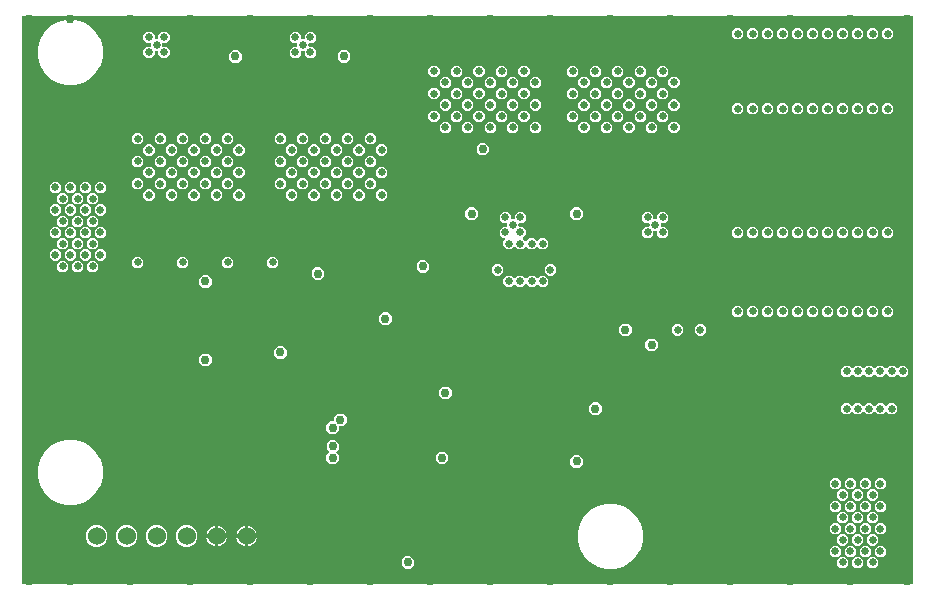
<source format=gbr>
G04 EAGLE Gerber RS-274X export*
G75*
%MOMM*%
%FSLAX34Y34*%
%LPD*%
%INEAGLE Copper Layer 2*%
%IPPOS*%
%AMOC8*
5,1,8,0,0,1.08239X$1,22.5*%
G01*
%ADD10C,1.524000*%
%ADD11C,0.756400*%
%ADD12C,0.656400*%

G36*
X763598Y6989D02*
X763598Y6989D01*
X763617Y6987D01*
X763719Y7009D01*
X763821Y7025D01*
X763838Y7035D01*
X763858Y7039D01*
X763947Y7092D01*
X764038Y7141D01*
X764052Y7155D01*
X764069Y7165D01*
X764136Y7244D01*
X764208Y7319D01*
X764216Y7337D01*
X764229Y7352D01*
X764268Y7448D01*
X764311Y7542D01*
X764313Y7562D01*
X764321Y7580D01*
X764339Y7747D01*
X764339Y487428D01*
X764336Y487448D01*
X764338Y487467D01*
X764316Y487569D01*
X764300Y487671D01*
X764290Y487688D01*
X764286Y487708D01*
X764233Y487797D01*
X764184Y487888D01*
X764170Y487902D01*
X764160Y487919D01*
X764081Y487986D01*
X764006Y488058D01*
X763988Y488066D01*
X763973Y488079D01*
X763877Y488118D01*
X763783Y488161D01*
X763763Y488163D01*
X763745Y488171D01*
X763578Y488189D01*
X10922Y488189D01*
X10902Y488186D01*
X10883Y488188D01*
X10781Y488166D01*
X10679Y488150D01*
X10662Y488140D01*
X10642Y488136D01*
X10553Y488083D01*
X10462Y488034D01*
X10448Y488020D01*
X10431Y488010D01*
X10364Y487931D01*
X10292Y487856D01*
X10284Y487838D01*
X10271Y487823D01*
X10232Y487727D01*
X10189Y487633D01*
X10187Y487613D01*
X10179Y487595D01*
X10161Y487428D01*
X10161Y7747D01*
X10164Y7727D01*
X10162Y7708D01*
X10184Y7606D01*
X10200Y7504D01*
X10210Y7487D01*
X10214Y7467D01*
X10267Y7378D01*
X10316Y7287D01*
X10330Y7273D01*
X10340Y7256D01*
X10419Y7189D01*
X10494Y7117D01*
X10512Y7109D01*
X10527Y7096D01*
X10623Y7057D01*
X10717Y7014D01*
X10737Y7012D01*
X10755Y7004D01*
X10922Y6986D01*
X763578Y6986D01*
X763598Y6989D01*
G37*
%LPC*%
G36*
X47172Y429640D02*
X47172Y429640D01*
X40162Y431518D01*
X33878Y435147D01*
X28747Y440278D01*
X25118Y446562D01*
X23240Y453572D01*
X23240Y460828D01*
X25118Y467838D01*
X28747Y474122D01*
X33878Y479253D01*
X40162Y482882D01*
X47172Y484760D01*
X54428Y484760D01*
X61438Y482882D01*
X67722Y479253D01*
X72853Y474122D01*
X76482Y467838D01*
X78360Y460828D01*
X78360Y453572D01*
X76482Y446562D01*
X72853Y440278D01*
X67722Y435147D01*
X61438Y431518D01*
X54428Y429640D01*
X47172Y429640D01*
G37*
%LPD*%
%LPC*%
G36*
X47172Y74040D02*
X47172Y74040D01*
X40162Y75918D01*
X33878Y79547D01*
X28747Y84678D01*
X25118Y90962D01*
X23240Y97972D01*
X23240Y105228D01*
X25118Y112238D01*
X28747Y118522D01*
X33878Y123653D01*
X40162Y127282D01*
X47172Y129160D01*
X54428Y129160D01*
X61438Y127282D01*
X67722Y123653D01*
X72853Y118522D01*
X76482Y112238D01*
X78360Y105228D01*
X78360Y97972D01*
X76482Y90962D01*
X72853Y84678D01*
X67722Y79547D01*
X61438Y75918D01*
X54428Y74040D01*
X47172Y74040D01*
G37*
%LPD*%
%LPC*%
G36*
X504372Y20065D02*
X504372Y20065D01*
X497362Y21943D01*
X491078Y25572D01*
X485947Y30703D01*
X482318Y36987D01*
X480440Y43997D01*
X480440Y51253D01*
X482318Y58263D01*
X485947Y64547D01*
X491078Y69678D01*
X497362Y73307D01*
X504372Y75185D01*
X511628Y75185D01*
X518638Y73307D01*
X524922Y69678D01*
X530053Y64547D01*
X533682Y58263D01*
X535560Y51253D01*
X535560Y43997D01*
X533682Y36987D01*
X530053Y30703D01*
X524922Y25572D01*
X518638Y21943D01*
X511628Y20065D01*
X504372Y20065D01*
G37*
%LPD*%
%LPC*%
G36*
X420284Y290468D02*
X420284Y290468D01*
X417468Y293284D01*
X417468Y297266D01*
X418896Y298694D01*
X418938Y298752D01*
X418987Y298804D01*
X419009Y298851D01*
X419040Y298893D01*
X419061Y298962D01*
X419091Y299027D01*
X419097Y299079D01*
X419112Y299129D01*
X419110Y299200D01*
X419118Y299271D01*
X419107Y299322D01*
X419106Y299374D01*
X419081Y299442D01*
X419066Y299512D01*
X419039Y299557D01*
X419021Y299605D01*
X418976Y299661D01*
X418939Y299723D01*
X418900Y299757D01*
X418867Y299797D01*
X418807Y299836D01*
X418753Y299883D01*
X418704Y299902D01*
X418660Y299930D01*
X418591Y299948D01*
X418524Y299975D01*
X418453Y299983D01*
X418422Y299991D01*
X418399Y299989D01*
X418358Y299993D01*
X417109Y299993D01*
X414293Y302809D01*
X414293Y306791D01*
X417109Y309607D01*
X419882Y309607D01*
X419902Y309610D01*
X419921Y309608D01*
X420023Y309630D01*
X420125Y309646D01*
X420142Y309656D01*
X420162Y309660D01*
X420251Y309713D01*
X420342Y309762D01*
X420356Y309776D01*
X420373Y309786D01*
X420440Y309865D01*
X420512Y309940D01*
X420520Y309958D01*
X420533Y309973D01*
X420572Y310069D01*
X420615Y310163D01*
X420617Y310183D01*
X420625Y310201D01*
X420643Y310368D01*
X420643Y311932D01*
X420640Y311952D01*
X420642Y311971D01*
X420620Y312073D01*
X420604Y312175D01*
X420594Y312192D01*
X420590Y312212D01*
X420537Y312301D01*
X420488Y312392D01*
X420474Y312406D01*
X420464Y312423D01*
X420385Y312490D01*
X420310Y312562D01*
X420292Y312570D01*
X420277Y312583D01*
X420181Y312622D01*
X420087Y312665D01*
X420067Y312667D01*
X420049Y312675D01*
X419882Y312693D01*
X417109Y312693D01*
X414293Y315509D01*
X414293Y319491D01*
X417109Y322307D01*
X421091Y322307D01*
X423907Y319491D01*
X423907Y316718D01*
X423910Y316698D01*
X423908Y316679D01*
X423930Y316577D01*
X423946Y316475D01*
X423956Y316458D01*
X423960Y316438D01*
X424013Y316349D01*
X424062Y316258D01*
X424076Y316244D01*
X424086Y316227D01*
X424165Y316160D01*
X424240Y316088D01*
X424258Y316080D01*
X424273Y316067D01*
X424369Y316028D01*
X424463Y315985D01*
X424483Y315983D01*
X424501Y315975D01*
X424668Y315957D01*
X426232Y315957D01*
X426252Y315960D01*
X426271Y315958D01*
X426373Y315980D01*
X426475Y315996D01*
X426492Y316006D01*
X426512Y316010D01*
X426601Y316063D01*
X426692Y316112D01*
X426706Y316126D01*
X426723Y316136D01*
X426790Y316215D01*
X426862Y316290D01*
X426870Y316308D01*
X426883Y316323D01*
X426922Y316419D01*
X426965Y316513D01*
X426967Y316533D01*
X426975Y316551D01*
X426993Y316718D01*
X426993Y319491D01*
X429809Y322307D01*
X433791Y322307D01*
X436607Y319491D01*
X436607Y315509D01*
X433791Y312693D01*
X431018Y312693D01*
X430998Y312690D01*
X430979Y312692D01*
X430877Y312670D01*
X430775Y312654D01*
X430758Y312644D01*
X430738Y312640D01*
X430649Y312587D01*
X430558Y312538D01*
X430544Y312524D01*
X430527Y312514D01*
X430460Y312435D01*
X430388Y312360D01*
X430380Y312342D01*
X430367Y312327D01*
X430328Y312231D01*
X430285Y312137D01*
X430283Y312117D01*
X430275Y312099D01*
X430257Y311932D01*
X430257Y310368D01*
X430260Y310348D01*
X430258Y310329D01*
X430280Y310227D01*
X430296Y310125D01*
X430306Y310108D01*
X430310Y310088D01*
X430363Y309999D01*
X430412Y309908D01*
X430426Y309894D01*
X430436Y309877D01*
X430515Y309810D01*
X430590Y309738D01*
X430608Y309730D01*
X430623Y309717D01*
X430719Y309678D01*
X430813Y309635D01*
X430833Y309633D01*
X430851Y309625D01*
X431018Y309607D01*
X433791Y309607D01*
X436607Y306791D01*
X436607Y302809D01*
X434374Y300576D01*
X434362Y300560D01*
X434346Y300547D01*
X434315Y300498D01*
X434312Y300495D01*
X434309Y300489D01*
X434290Y300460D01*
X434230Y300376D01*
X434224Y300357D01*
X434213Y300340D01*
X434188Y300240D01*
X434158Y300141D01*
X434158Y300121D01*
X434153Y300102D01*
X434161Y299999D01*
X434164Y299895D01*
X434171Y299876D01*
X434172Y299857D01*
X434213Y299761D01*
X434248Y299664D01*
X434261Y299649D01*
X434269Y299630D01*
X434374Y299499D01*
X436024Y297849D01*
X436040Y297837D01*
X436053Y297821D01*
X436140Y297765D01*
X436224Y297705D01*
X436243Y297699D01*
X436260Y297688D01*
X436360Y297663D01*
X436459Y297633D01*
X436479Y297633D01*
X436498Y297628D01*
X436601Y297636D01*
X436705Y297639D01*
X436724Y297646D01*
X436743Y297647D01*
X436838Y297688D01*
X436936Y297723D01*
X436952Y297736D01*
X436970Y297744D01*
X437101Y297849D01*
X439334Y300082D01*
X443316Y300082D01*
X445549Y297849D01*
X445565Y297837D01*
X445578Y297821D01*
X445665Y297765D01*
X445749Y297705D01*
X445768Y297699D01*
X445785Y297688D01*
X445885Y297663D01*
X445984Y297633D01*
X446004Y297633D01*
X446023Y297628D01*
X446126Y297636D01*
X446230Y297639D01*
X446249Y297646D01*
X446269Y297647D01*
X446363Y297688D01*
X446461Y297723D01*
X446477Y297736D01*
X446495Y297744D01*
X446626Y297849D01*
X448859Y300082D01*
X452841Y300082D01*
X455657Y297266D01*
X455657Y293284D01*
X452841Y290468D01*
X448859Y290468D01*
X446626Y292701D01*
X446610Y292713D01*
X446597Y292729D01*
X446510Y292785D01*
X446426Y292845D01*
X446407Y292851D01*
X446390Y292862D01*
X446290Y292887D01*
X446191Y292917D01*
X446171Y292917D01*
X446152Y292922D01*
X446049Y292914D01*
X445945Y292911D01*
X445926Y292904D01*
X445907Y292903D01*
X445812Y292862D01*
X445714Y292827D01*
X445698Y292814D01*
X445680Y292806D01*
X445549Y292701D01*
X443316Y290468D01*
X439334Y290468D01*
X437101Y292701D01*
X437085Y292713D01*
X437072Y292729D01*
X436985Y292785D01*
X436901Y292845D01*
X436882Y292851D01*
X436865Y292862D01*
X436765Y292887D01*
X436666Y292917D01*
X436646Y292917D01*
X436627Y292922D01*
X436524Y292914D01*
X436420Y292911D01*
X436401Y292904D01*
X436381Y292903D01*
X436287Y292862D01*
X436189Y292827D01*
X436173Y292814D01*
X436155Y292806D01*
X436024Y292701D01*
X433791Y290468D01*
X429809Y290468D01*
X427576Y292701D01*
X427560Y292713D01*
X427547Y292729D01*
X427460Y292785D01*
X427376Y292845D01*
X427357Y292851D01*
X427340Y292862D01*
X427240Y292887D01*
X427141Y292917D01*
X427121Y292917D01*
X427102Y292922D01*
X426999Y292914D01*
X426895Y292911D01*
X426876Y292904D01*
X426856Y292903D01*
X426762Y292862D01*
X426664Y292827D01*
X426648Y292814D01*
X426630Y292806D01*
X426499Y292701D01*
X424266Y290468D01*
X420284Y290468D01*
G37*
%LPD*%
%LPC*%
G36*
X706034Y182518D02*
X706034Y182518D01*
X703218Y185334D01*
X703218Y189316D01*
X706034Y192132D01*
X710016Y192132D01*
X712249Y189899D01*
X712265Y189887D01*
X712278Y189871D01*
X712345Y189828D01*
X712382Y189796D01*
X712404Y189788D01*
X712449Y189755D01*
X712468Y189749D01*
X712485Y189738D01*
X712585Y189713D01*
X712600Y189709D01*
X712611Y189704D01*
X712616Y189704D01*
X712684Y189683D01*
X712704Y189683D01*
X712723Y189678D01*
X712826Y189686D01*
X712930Y189689D01*
X712949Y189696D01*
X712969Y189697D01*
X713031Y189724D01*
X713040Y189725D01*
X713064Y189738D01*
X713161Y189773D01*
X713177Y189786D01*
X713195Y189794D01*
X713245Y189834D01*
X713258Y189841D01*
X713272Y189855D01*
X713326Y189899D01*
X715559Y192132D01*
X719541Y192132D01*
X721774Y189899D01*
X721790Y189887D01*
X721803Y189871D01*
X721870Y189828D01*
X721907Y189796D01*
X721929Y189788D01*
X721974Y189755D01*
X721993Y189749D01*
X722010Y189738D01*
X722110Y189713D01*
X722125Y189709D01*
X722136Y189704D01*
X722141Y189704D01*
X722209Y189683D01*
X722229Y189683D01*
X722248Y189678D01*
X722351Y189686D01*
X722455Y189689D01*
X722474Y189696D01*
X722494Y189697D01*
X722556Y189724D01*
X722565Y189725D01*
X722589Y189738D01*
X722686Y189773D01*
X722702Y189786D01*
X722720Y189794D01*
X722770Y189834D01*
X722783Y189841D01*
X722797Y189855D01*
X722851Y189899D01*
X725084Y192132D01*
X729066Y192132D01*
X731299Y189899D01*
X731315Y189887D01*
X731328Y189871D01*
X731395Y189828D01*
X731432Y189796D01*
X731453Y189788D01*
X731499Y189755D01*
X731518Y189749D01*
X731535Y189738D01*
X731635Y189713D01*
X731650Y189709D01*
X731661Y189704D01*
X731666Y189704D01*
X731734Y189683D01*
X731754Y189683D01*
X731773Y189678D01*
X731876Y189686D01*
X731980Y189689D01*
X731999Y189696D01*
X732018Y189697D01*
X732081Y189724D01*
X732090Y189725D01*
X732114Y189738D01*
X732211Y189773D01*
X732227Y189786D01*
X732245Y189794D01*
X732295Y189834D01*
X732308Y189841D01*
X732322Y189855D01*
X732376Y189899D01*
X734609Y192132D01*
X738591Y192132D01*
X740824Y189899D01*
X740840Y189887D01*
X740853Y189871D01*
X740920Y189828D01*
X740957Y189796D01*
X740979Y189788D01*
X741024Y189755D01*
X741043Y189749D01*
X741060Y189738D01*
X741160Y189713D01*
X741175Y189709D01*
X741186Y189704D01*
X741191Y189704D01*
X741259Y189683D01*
X741279Y189683D01*
X741298Y189678D01*
X741401Y189686D01*
X741505Y189689D01*
X741524Y189696D01*
X741544Y189697D01*
X741606Y189724D01*
X741615Y189725D01*
X741639Y189738D01*
X741736Y189773D01*
X741752Y189786D01*
X741770Y189794D01*
X741820Y189834D01*
X741833Y189841D01*
X741847Y189855D01*
X741901Y189899D01*
X744134Y192132D01*
X748116Y192132D01*
X750349Y189899D01*
X750365Y189887D01*
X750378Y189871D01*
X750445Y189828D01*
X750482Y189796D01*
X750504Y189788D01*
X750549Y189755D01*
X750568Y189749D01*
X750585Y189738D01*
X750685Y189713D01*
X750700Y189709D01*
X750711Y189704D01*
X750716Y189704D01*
X750784Y189683D01*
X750804Y189683D01*
X750823Y189678D01*
X750926Y189686D01*
X751030Y189689D01*
X751049Y189696D01*
X751069Y189697D01*
X751131Y189724D01*
X751140Y189725D01*
X751164Y189738D01*
X751261Y189773D01*
X751277Y189786D01*
X751295Y189794D01*
X751345Y189834D01*
X751358Y189841D01*
X751372Y189855D01*
X751426Y189899D01*
X753659Y192132D01*
X757641Y192132D01*
X760457Y189316D01*
X760457Y185334D01*
X757641Y182518D01*
X753659Y182518D01*
X751426Y184751D01*
X751410Y184763D01*
X751397Y184779D01*
X751310Y184835D01*
X751226Y184895D01*
X751207Y184901D01*
X751190Y184912D01*
X751090Y184937D01*
X750991Y184967D01*
X750971Y184967D01*
X750952Y184972D01*
X750849Y184964D01*
X750745Y184961D01*
X750726Y184954D01*
X750707Y184953D01*
X750612Y184912D01*
X750514Y184877D01*
X750498Y184864D01*
X750480Y184856D01*
X750349Y184751D01*
X748116Y182518D01*
X744134Y182518D01*
X741901Y184751D01*
X741885Y184763D01*
X741872Y184779D01*
X741785Y184835D01*
X741701Y184895D01*
X741682Y184901D01*
X741665Y184912D01*
X741565Y184937D01*
X741466Y184967D01*
X741446Y184967D01*
X741427Y184972D01*
X741324Y184964D01*
X741220Y184961D01*
X741201Y184954D01*
X741182Y184953D01*
X741087Y184912D01*
X740989Y184877D01*
X740973Y184864D01*
X740955Y184856D01*
X740824Y184751D01*
X738591Y182518D01*
X734609Y182518D01*
X732376Y184751D01*
X732360Y184763D01*
X732347Y184779D01*
X732260Y184835D01*
X732176Y184895D01*
X732157Y184901D01*
X732140Y184912D01*
X732040Y184937D01*
X731941Y184967D01*
X731921Y184967D01*
X731902Y184972D01*
X731799Y184964D01*
X731695Y184961D01*
X731676Y184954D01*
X731656Y184953D01*
X731562Y184912D01*
X731464Y184877D01*
X731448Y184864D01*
X731430Y184856D01*
X731299Y184751D01*
X729066Y182518D01*
X725084Y182518D01*
X722851Y184751D01*
X722835Y184763D01*
X722822Y184779D01*
X722735Y184835D01*
X722651Y184895D01*
X722632Y184901D01*
X722615Y184912D01*
X722515Y184937D01*
X722416Y184967D01*
X722396Y184967D01*
X722377Y184972D01*
X722274Y184964D01*
X722170Y184961D01*
X722151Y184954D01*
X722132Y184953D01*
X722037Y184912D01*
X721939Y184877D01*
X721923Y184864D01*
X721905Y184856D01*
X721774Y184751D01*
X719541Y182518D01*
X715559Y182518D01*
X713326Y184751D01*
X713310Y184763D01*
X713297Y184779D01*
X713210Y184835D01*
X713126Y184895D01*
X713107Y184901D01*
X713090Y184912D01*
X712990Y184937D01*
X712891Y184967D01*
X712871Y184967D01*
X712852Y184972D01*
X712749Y184964D01*
X712645Y184961D01*
X712626Y184954D01*
X712607Y184953D01*
X712512Y184912D01*
X712414Y184877D01*
X712398Y184864D01*
X712380Y184856D01*
X712249Y184751D01*
X710016Y182518D01*
X706034Y182518D01*
G37*
%LPD*%
%LPC*%
G36*
X706034Y150768D02*
X706034Y150768D01*
X703218Y153584D01*
X703218Y157566D01*
X706034Y160382D01*
X710016Y160382D01*
X712249Y158149D01*
X712265Y158137D01*
X712278Y158121D01*
X712365Y158065D01*
X712449Y158005D01*
X712468Y157999D01*
X712485Y157988D01*
X712585Y157963D01*
X712684Y157933D01*
X712704Y157933D01*
X712723Y157928D01*
X712826Y157936D01*
X712930Y157939D01*
X712949Y157946D01*
X712968Y157947D01*
X713063Y157988D01*
X713161Y158023D01*
X713177Y158036D01*
X713195Y158044D01*
X713326Y158149D01*
X715559Y160382D01*
X719541Y160382D01*
X721774Y158149D01*
X721790Y158137D01*
X721803Y158121D01*
X721890Y158065D01*
X721974Y158005D01*
X721993Y157999D01*
X722010Y157988D01*
X722110Y157963D01*
X722209Y157933D01*
X722229Y157933D01*
X722248Y157928D01*
X722351Y157936D01*
X722455Y157939D01*
X722474Y157946D01*
X722493Y157947D01*
X722588Y157988D01*
X722686Y158023D01*
X722702Y158036D01*
X722720Y158044D01*
X722851Y158149D01*
X725084Y160382D01*
X729066Y160382D01*
X731299Y158149D01*
X731315Y158137D01*
X731328Y158121D01*
X731415Y158065D01*
X731499Y158005D01*
X731518Y157999D01*
X731535Y157988D01*
X731635Y157963D01*
X731734Y157933D01*
X731754Y157933D01*
X731773Y157928D01*
X731876Y157936D01*
X731980Y157939D01*
X731999Y157946D01*
X732018Y157947D01*
X732113Y157988D01*
X732211Y158023D01*
X732227Y158036D01*
X732245Y158044D01*
X732376Y158149D01*
X734609Y160382D01*
X738591Y160382D01*
X740824Y158149D01*
X740840Y158137D01*
X740853Y158121D01*
X740940Y158065D01*
X741024Y158005D01*
X741043Y157999D01*
X741060Y157988D01*
X741160Y157963D01*
X741259Y157933D01*
X741279Y157933D01*
X741298Y157928D01*
X741401Y157936D01*
X741505Y157939D01*
X741524Y157946D01*
X741543Y157947D01*
X741638Y157988D01*
X741736Y158023D01*
X741752Y158036D01*
X741770Y158044D01*
X741901Y158149D01*
X744134Y160382D01*
X748116Y160382D01*
X750932Y157566D01*
X750932Y153584D01*
X748116Y150768D01*
X744134Y150768D01*
X741901Y153001D01*
X741885Y153013D01*
X741872Y153029D01*
X741785Y153085D01*
X741701Y153145D01*
X741682Y153151D01*
X741665Y153162D01*
X741565Y153187D01*
X741466Y153217D01*
X741446Y153217D01*
X741427Y153222D01*
X741324Y153214D01*
X741220Y153211D01*
X741201Y153204D01*
X741181Y153203D01*
X741087Y153162D01*
X740989Y153127D01*
X740973Y153114D01*
X740955Y153106D01*
X740824Y153001D01*
X738591Y150768D01*
X734609Y150768D01*
X732376Y153001D01*
X732360Y153013D01*
X732347Y153029D01*
X732260Y153085D01*
X732176Y153145D01*
X732157Y153151D01*
X732140Y153162D01*
X732040Y153187D01*
X731941Y153217D01*
X731921Y153217D01*
X731902Y153222D01*
X731799Y153214D01*
X731695Y153211D01*
X731676Y153204D01*
X731656Y153203D01*
X731562Y153162D01*
X731464Y153127D01*
X731448Y153114D01*
X731430Y153106D01*
X731299Y153001D01*
X729066Y150768D01*
X725084Y150768D01*
X722851Y153001D01*
X722835Y153013D01*
X722822Y153029D01*
X722735Y153085D01*
X722651Y153145D01*
X722632Y153151D01*
X722615Y153162D01*
X722515Y153187D01*
X722416Y153217D01*
X722396Y153217D01*
X722377Y153222D01*
X722274Y153214D01*
X722170Y153211D01*
X722151Y153204D01*
X722131Y153203D01*
X722037Y153162D01*
X721939Y153127D01*
X721923Y153114D01*
X721905Y153106D01*
X721774Y153001D01*
X719541Y150768D01*
X715559Y150768D01*
X713326Y153001D01*
X713310Y153013D01*
X713297Y153029D01*
X713210Y153085D01*
X713126Y153145D01*
X713107Y153151D01*
X713090Y153162D01*
X712990Y153187D01*
X712891Y153217D01*
X712871Y153217D01*
X712852Y153222D01*
X712749Y153214D01*
X712645Y153211D01*
X712626Y153204D01*
X712606Y153203D01*
X712512Y153162D01*
X712414Y153127D01*
X712398Y153114D01*
X712380Y153106D01*
X712249Y153001D01*
X710016Y150768D01*
X706034Y150768D01*
G37*
%LPD*%
%LPC*%
G36*
X239309Y452393D02*
X239309Y452393D01*
X236493Y455209D01*
X236493Y459191D01*
X239309Y462007D01*
X242082Y462007D01*
X242102Y462010D01*
X242121Y462008D01*
X242223Y462030D01*
X242325Y462046D01*
X242342Y462056D01*
X242362Y462060D01*
X242451Y462113D01*
X242542Y462162D01*
X242556Y462176D01*
X242573Y462186D01*
X242640Y462265D01*
X242712Y462340D01*
X242720Y462358D01*
X242733Y462373D01*
X242772Y462469D01*
X242815Y462563D01*
X242817Y462583D01*
X242825Y462601D01*
X242843Y462768D01*
X242843Y464332D01*
X242840Y464352D01*
X242842Y464371D01*
X242820Y464473D01*
X242804Y464575D01*
X242794Y464592D01*
X242790Y464612D01*
X242737Y464701D01*
X242688Y464792D01*
X242674Y464806D01*
X242664Y464823D01*
X242585Y464890D01*
X242510Y464962D01*
X242492Y464970D01*
X242477Y464983D01*
X242381Y465022D01*
X242287Y465065D01*
X242267Y465067D01*
X242249Y465075D01*
X242082Y465093D01*
X239309Y465093D01*
X236493Y467909D01*
X236493Y471891D01*
X239309Y474707D01*
X243291Y474707D01*
X246107Y471891D01*
X246107Y469118D01*
X246110Y469098D01*
X246108Y469079D01*
X246130Y468977D01*
X246146Y468875D01*
X246156Y468858D01*
X246160Y468838D01*
X246213Y468749D01*
X246262Y468658D01*
X246276Y468644D01*
X246286Y468627D01*
X246365Y468560D01*
X246440Y468488D01*
X246458Y468480D01*
X246473Y468467D01*
X246569Y468428D01*
X246663Y468385D01*
X246683Y468383D01*
X246701Y468375D01*
X246868Y468357D01*
X248432Y468357D01*
X248452Y468360D01*
X248471Y468358D01*
X248573Y468380D01*
X248675Y468396D01*
X248692Y468406D01*
X248712Y468410D01*
X248801Y468463D01*
X248892Y468512D01*
X248906Y468526D01*
X248923Y468536D01*
X248990Y468615D01*
X249062Y468690D01*
X249070Y468708D01*
X249083Y468723D01*
X249122Y468819D01*
X249165Y468913D01*
X249167Y468933D01*
X249175Y468951D01*
X249193Y469118D01*
X249193Y471891D01*
X252009Y474707D01*
X255991Y474707D01*
X258807Y471891D01*
X258807Y467909D01*
X255991Y465093D01*
X253218Y465093D01*
X253198Y465090D01*
X253179Y465092D01*
X253077Y465070D01*
X252975Y465054D01*
X252958Y465044D01*
X252938Y465040D01*
X252849Y464987D01*
X252758Y464938D01*
X252744Y464924D01*
X252727Y464914D01*
X252660Y464835D01*
X252588Y464760D01*
X252580Y464742D01*
X252567Y464727D01*
X252528Y464631D01*
X252485Y464537D01*
X252483Y464517D01*
X252475Y464499D01*
X252457Y464332D01*
X252457Y462768D01*
X252460Y462748D01*
X252458Y462729D01*
X252480Y462627D01*
X252496Y462525D01*
X252506Y462508D01*
X252510Y462488D01*
X252563Y462399D01*
X252612Y462308D01*
X252626Y462294D01*
X252636Y462277D01*
X252715Y462210D01*
X252790Y462138D01*
X252808Y462130D01*
X252823Y462117D01*
X252919Y462078D01*
X253013Y462035D01*
X253033Y462033D01*
X253051Y462025D01*
X253218Y462007D01*
X255991Y462007D01*
X258807Y459191D01*
X258807Y455209D01*
X255991Y452393D01*
X252009Y452393D01*
X249193Y455209D01*
X249193Y457982D01*
X249190Y458002D01*
X249192Y458021D01*
X249170Y458123D01*
X249154Y458225D01*
X249144Y458242D01*
X249140Y458262D01*
X249087Y458351D01*
X249038Y458442D01*
X249024Y458456D01*
X249014Y458473D01*
X248935Y458540D01*
X248860Y458612D01*
X248842Y458620D01*
X248827Y458633D01*
X248731Y458672D01*
X248637Y458715D01*
X248617Y458717D01*
X248599Y458725D01*
X248432Y458743D01*
X246868Y458743D01*
X246848Y458740D01*
X246829Y458742D01*
X246727Y458720D01*
X246625Y458704D01*
X246608Y458694D01*
X246588Y458690D01*
X246499Y458637D01*
X246408Y458588D01*
X246394Y458574D01*
X246377Y458564D01*
X246310Y458485D01*
X246238Y458410D01*
X246230Y458392D01*
X246217Y458377D01*
X246178Y458281D01*
X246135Y458187D01*
X246133Y458167D01*
X246125Y458149D01*
X246107Y457982D01*
X246107Y455209D01*
X243291Y452393D01*
X239309Y452393D01*
G37*
%LPD*%
%LPC*%
G36*
X115484Y452393D02*
X115484Y452393D01*
X112668Y455209D01*
X112668Y459191D01*
X115484Y462007D01*
X118257Y462007D01*
X118277Y462010D01*
X118296Y462008D01*
X118398Y462030D01*
X118500Y462046D01*
X118517Y462056D01*
X118537Y462060D01*
X118626Y462113D01*
X118717Y462162D01*
X118731Y462176D01*
X118748Y462186D01*
X118815Y462265D01*
X118887Y462340D01*
X118895Y462358D01*
X118908Y462373D01*
X118947Y462469D01*
X118990Y462563D01*
X118992Y462583D01*
X119000Y462601D01*
X119018Y462768D01*
X119018Y464332D01*
X119015Y464352D01*
X119017Y464371D01*
X118995Y464473D01*
X118979Y464575D01*
X118969Y464592D01*
X118965Y464612D01*
X118912Y464701D01*
X118863Y464792D01*
X118849Y464806D01*
X118839Y464823D01*
X118760Y464890D01*
X118685Y464962D01*
X118667Y464970D01*
X118652Y464983D01*
X118556Y465022D01*
X118462Y465065D01*
X118442Y465067D01*
X118424Y465075D01*
X118257Y465093D01*
X115484Y465093D01*
X112668Y467909D01*
X112668Y471891D01*
X115484Y474707D01*
X119466Y474707D01*
X122282Y471891D01*
X122282Y469118D01*
X122285Y469098D01*
X122283Y469079D01*
X122305Y468977D01*
X122321Y468875D01*
X122331Y468858D01*
X122335Y468838D01*
X122388Y468749D01*
X122437Y468658D01*
X122451Y468644D01*
X122461Y468627D01*
X122540Y468560D01*
X122615Y468488D01*
X122633Y468480D01*
X122648Y468467D01*
X122744Y468428D01*
X122838Y468385D01*
X122858Y468383D01*
X122876Y468375D01*
X123043Y468357D01*
X124607Y468357D01*
X124627Y468360D01*
X124646Y468358D01*
X124748Y468380D01*
X124850Y468396D01*
X124867Y468406D01*
X124887Y468410D01*
X124976Y468463D01*
X125067Y468512D01*
X125081Y468526D01*
X125098Y468536D01*
X125165Y468615D01*
X125237Y468690D01*
X125245Y468708D01*
X125258Y468723D01*
X125297Y468819D01*
X125340Y468913D01*
X125342Y468933D01*
X125350Y468951D01*
X125368Y469118D01*
X125368Y471891D01*
X128184Y474707D01*
X132166Y474707D01*
X134982Y471891D01*
X134982Y467909D01*
X132166Y465093D01*
X129393Y465093D01*
X129373Y465090D01*
X129354Y465092D01*
X129252Y465070D01*
X129150Y465054D01*
X129133Y465044D01*
X129113Y465040D01*
X129024Y464987D01*
X128933Y464938D01*
X128919Y464924D01*
X128902Y464914D01*
X128835Y464835D01*
X128763Y464760D01*
X128755Y464742D01*
X128742Y464727D01*
X128703Y464631D01*
X128660Y464537D01*
X128658Y464517D01*
X128650Y464499D01*
X128632Y464332D01*
X128632Y462768D01*
X128635Y462748D01*
X128633Y462729D01*
X128655Y462627D01*
X128671Y462525D01*
X128681Y462508D01*
X128685Y462488D01*
X128738Y462399D01*
X128787Y462308D01*
X128801Y462294D01*
X128811Y462277D01*
X128890Y462210D01*
X128965Y462138D01*
X128983Y462130D01*
X128998Y462117D01*
X129094Y462078D01*
X129188Y462035D01*
X129208Y462033D01*
X129226Y462025D01*
X129393Y462007D01*
X132166Y462007D01*
X134982Y459191D01*
X134982Y455209D01*
X132166Y452393D01*
X128184Y452393D01*
X125368Y455209D01*
X125368Y457982D01*
X125365Y458002D01*
X125367Y458021D01*
X125345Y458123D01*
X125329Y458225D01*
X125319Y458242D01*
X125315Y458262D01*
X125262Y458351D01*
X125213Y458442D01*
X125199Y458456D01*
X125189Y458473D01*
X125110Y458540D01*
X125035Y458612D01*
X125017Y458620D01*
X125002Y458633D01*
X124906Y458672D01*
X124812Y458715D01*
X124792Y458717D01*
X124774Y458725D01*
X124607Y458743D01*
X123043Y458743D01*
X123023Y458740D01*
X123004Y458742D01*
X122902Y458720D01*
X122800Y458704D01*
X122783Y458694D01*
X122763Y458690D01*
X122674Y458637D01*
X122583Y458588D01*
X122569Y458574D01*
X122552Y458564D01*
X122485Y458485D01*
X122413Y458410D01*
X122405Y458392D01*
X122392Y458377D01*
X122353Y458281D01*
X122310Y458187D01*
X122308Y458167D01*
X122300Y458149D01*
X122282Y457982D01*
X122282Y455209D01*
X119466Y452393D01*
X115484Y452393D01*
G37*
%LPD*%
%LPC*%
G36*
X537759Y299993D02*
X537759Y299993D01*
X534943Y302809D01*
X534943Y306791D01*
X537759Y309607D01*
X540532Y309607D01*
X540552Y309610D01*
X540571Y309608D01*
X540673Y309630D01*
X540775Y309646D01*
X540792Y309656D01*
X540812Y309660D01*
X540901Y309713D01*
X540992Y309762D01*
X541006Y309776D01*
X541023Y309786D01*
X541090Y309865D01*
X541162Y309940D01*
X541170Y309958D01*
X541183Y309973D01*
X541222Y310069D01*
X541265Y310163D01*
X541267Y310183D01*
X541275Y310201D01*
X541293Y310368D01*
X541293Y311932D01*
X541290Y311952D01*
X541292Y311971D01*
X541270Y312073D01*
X541254Y312175D01*
X541244Y312192D01*
X541240Y312212D01*
X541187Y312301D01*
X541138Y312392D01*
X541124Y312406D01*
X541114Y312423D01*
X541035Y312490D01*
X540960Y312562D01*
X540942Y312570D01*
X540927Y312583D01*
X540831Y312622D01*
X540737Y312665D01*
X540717Y312667D01*
X540699Y312675D01*
X540532Y312693D01*
X537759Y312693D01*
X534943Y315509D01*
X534943Y319491D01*
X537759Y322307D01*
X541741Y322307D01*
X544557Y319491D01*
X544557Y316718D01*
X544560Y316698D01*
X544558Y316679D01*
X544580Y316577D01*
X544596Y316475D01*
X544606Y316458D01*
X544610Y316438D01*
X544663Y316349D01*
X544712Y316258D01*
X544726Y316244D01*
X544736Y316227D01*
X544815Y316160D01*
X544890Y316088D01*
X544908Y316080D01*
X544923Y316067D01*
X545019Y316028D01*
X545113Y315985D01*
X545133Y315983D01*
X545151Y315975D01*
X545318Y315957D01*
X546882Y315957D01*
X546902Y315960D01*
X546921Y315958D01*
X547023Y315980D01*
X547125Y315996D01*
X547142Y316006D01*
X547162Y316010D01*
X547251Y316063D01*
X547342Y316112D01*
X547356Y316126D01*
X547373Y316136D01*
X547440Y316215D01*
X547512Y316290D01*
X547520Y316308D01*
X547533Y316323D01*
X547572Y316419D01*
X547615Y316513D01*
X547617Y316533D01*
X547625Y316551D01*
X547643Y316718D01*
X547643Y319491D01*
X550459Y322307D01*
X554441Y322307D01*
X557257Y319491D01*
X557257Y315509D01*
X554441Y312693D01*
X551668Y312693D01*
X551648Y312690D01*
X551629Y312692D01*
X551527Y312670D01*
X551425Y312654D01*
X551408Y312644D01*
X551388Y312640D01*
X551299Y312587D01*
X551208Y312538D01*
X551194Y312524D01*
X551177Y312514D01*
X551110Y312435D01*
X551038Y312360D01*
X551030Y312342D01*
X551017Y312327D01*
X550978Y312231D01*
X550935Y312137D01*
X550933Y312117D01*
X550925Y312099D01*
X550907Y311932D01*
X550907Y310368D01*
X550910Y310348D01*
X550908Y310329D01*
X550930Y310227D01*
X550946Y310125D01*
X550956Y310108D01*
X550960Y310088D01*
X551013Y309999D01*
X551062Y309908D01*
X551076Y309894D01*
X551086Y309877D01*
X551165Y309810D01*
X551240Y309738D01*
X551258Y309730D01*
X551273Y309717D01*
X551369Y309678D01*
X551463Y309635D01*
X551483Y309633D01*
X551501Y309625D01*
X551668Y309607D01*
X554441Y309607D01*
X557257Y306791D01*
X557257Y302809D01*
X554441Y299993D01*
X550459Y299993D01*
X547643Y302809D01*
X547643Y305582D01*
X547640Y305602D01*
X547642Y305621D01*
X547620Y305723D01*
X547604Y305825D01*
X547594Y305842D01*
X547590Y305862D01*
X547537Y305951D01*
X547488Y306042D01*
X547474Y306056D01*
X547464Y306073D01*
X547385Y306140D01*
X547310Y306212D01*
X547292Y306220D01*
X547277Y306233D01*
X547181Y306272D01*
X547087Y306315D01*
X547067Y306317D01*
X547049Y306325D01*
X546882Y306343D01*
X545318Y306343D01*
X545298Y306340D01*
X545279Y306342D01*
X545177Y306320D01*
X545075Y306304D01*
X545058Y306294D01*
X545038Y306290D01*
X544949Y306237D01*
X544858Y306188D01*
X544844Y306174D01*
X544827Y306164D01*
X544760Y306085D01*
X544688Y306010D01*
X544680Y305992D01*
X544667Y305977D01*
X544628Y305881D01*
X544585Y305787D01*
X544583Y305767D01*
X544575Y305749D01*
X544557Y305582D01*
X544557Y302809D01*
X541741Y299993D01*
X537759Y299993D01*
G37*
%LPD*%
%LPC*%
G36*
X420284Y258718D02*
X420284Y258718D01*
X417468Y261534D01*
X417468Y265516D01*
X420284Y268332D01*
X424266Y268332D01*
X426499Y266099D01*
X426515Y266087D01*
X426528Y266071D01*
X426615Y266015D01*
X426699Y265955D01*
X426718Y265949D01*
X426735Y265938D01*
X426835Y265913D01*
X426934Y265883D01*
X426954Y265883D01*
X426973Y265878D01*
X427076Y265886D01*
X427180Y265889D01*
X427199Y265896D01*
X427218Y265897D01*
X427313Y265938D01*
X427411Y265973D01*
X427427Y265986D01*
X427445Y265994D01*
X427576Y266099D01*
X429809Y268332D01*
X433791Y268332D01*
X436024Y266099D01*
X436040Y266087D01*
X436053Y266071D01*
X436140Y266015D01*
X436224Y265955D01*
X436243Y265949D01*
X436260Y265938D01*
X436360Y265913D01*
X436459Y265883D01*
X436479Y265883D01*
X436498Y265878D01*
X436601Y265886D01*
X436705Y265889D01*
X436724Y265896D01*
X436743Y265897D01*
X436838Y265938D01*
X436936Y265973D01*
X436952Y265986D01*
X436970Y265994D01*
X437101Y266099D01*
X439334Y268332D01*
X443316Y268332D01*
X445549Y266099D01*
X445565Y266087D01*
X445578Y266071D01*
X445665Y266015D01*
X445749Y265955D01*
X445768Y265949D01*
X445785Y265938D01*
X445885Y265913D01*
X445984Y265883D01*
X446004Y265883D01*
X446023Y265878D01*
X446126Y265886D01*
X446230Y265889D01*
X446249Y265896D01*
X446268Y265897D01*
X446363Y265938D01*
X446461Y265973D01*
X446477Y265986D01*
X446495Y265994D01*
X446626Y266099D01*
X448859Y268332D01*
X452841Y268332D01*
X455657Y265516D01*
X455657Y261534D01*
X452841Y258718D01*
X448859Y258718D01*
X446626Y260951D01*
X446610Y260963D01*
X446597Y260979D01*
X446510Y261035D01*
X446426Y261095D01*
X446407Y261101D01*
X446390Y261112D01*
X446290Y261137D01*
X446191Y261167D01*
X446171Y261167D01*
X446152Y261172D01*
X446049Y261164D01*
X445945Y261161D01*
X445926Y261154D01*
X445906Y261153D01*
X445812Y261112D01*
X445714Y261077D01*
X445698Y261064D01*
X445680Y261056D01*
X445549Y260951D01*
X443316Y258718D01*
X439334Y258718D01*
X437101Y260951D01*
X437085Y260963D01*
X437072Y260979D01*
X436985Y261035D01*
X436901Y261095D01*
X436882Y261101D01*
X436865Y261112D01*
X436765Y261137D01*
X436666Y261167D01*
X436646Y261167D01*
X436627Y261172D01*
X436524Y261164D01*
X436420Y261161D01*
X436401Y261154D01*
X436381Y261153D01*
X436287Y261112D01*
X436189Y261077D01*
X436173Y261064D01*
X436155Y261056D01*
X436024Y260951D01*
X433791Y258718D01*
X429809Y258718D01*
X427576Y260951D01*
X427560Y260963D01*
X427547Y260979D01*
X427460Y261035D01*
X427376Y261095D01*
X427357Y261101D01*
X427340Y261112D01*
X427240Y261137D01*
X427141Y261167D01*
X427121Y261167D01*
X427102Y261172D01*
X426999Y261164D01*
X426895Y261161D01*
X426876Y261154D01*
X426856Y261153D01*
X426762Y261112D01*
X426664Y261077D01*
X426648Y261064D01*
X426630Y261056D01*
X426499Y260951D01*
X424266Y258718D01*
X420284Y258718D01*
G37*
%LPD*%
%LPC*%
G36*
X122006Y38480D02*
X122006Y38480D01*
X118645Y39872D01*
X116072Y42445D01*
X114680Y45806D01*
X114680Y49444D01*
X116072Y52805D01*
X118645Y55378D01*
X122006Y56770D01*
X125644Y56770D01*
X129005Y55378D01*
X131578Y52805D01*
X132970Y49444D01*
X132970Y45806D01*
X131578Y42445D01*
X129005Y39872D01*
X125644Y38480D01*
X122006Y38480D01*
G37*
%LPD*%
%LPC*%
G36*
X71206Y38480D02*
X71206Y38480D01*
X67845Y39872D01*
X65272Y42445D01*
X63880Y45806D01*
X63880Y49444D01*
X65272Y52805D01*
X67845Y55378D01*
X71206Y56770D01*
X74844Y56770D01*
X78205Y55378D01*
X80778Y52805D01*
X82170Y49444D01*
X82170Y45806D01*
X80778Y42445D01*
X78205Y39872D01*
X74844Y38480D01*
X71206Y38480D01*
G37*
%LPD*%
%LPC*%
G36*
X147406Y38480D02*
X147406Y38480D01*
X144045Y39872D01*
X141472Y42445D01*
X140080Y45806D01*
X140080Y49444D01*
X141472Y52805D01*
X144045Y55378D01*
X147406Y56770D01*
X151044Y56770D01*
X154405Y55378D01*
X156978Y52805D01*
X158370Y49444D01*
X158370Y45806D01*
X156978Y42445D01*
X154405Y39872D01*
X151044Y38480D01*
X147406Y38480D01*
G37*
%LPD*%
%LPC*%
G36*
X96606Y38480D02*
X96606Y38480D01*
X93245Y39872D01*
X90672Y42445D01*
X89280Y45806D01*
X89280Y49444D01*
X90672Y52805D01*
X93245Y55378D01*
X96606Y56770D01*
X100244Y56770D01*
X103605Y55378D01*
X106178Y52805D01*
X107570Y49444D01*
X107570Y45806D01*
X106178Y42445D01*
X103605Y39872D01*
X100244Y38480D01*
X96606Y38480D01*
G37*
%LPD*%
%LPC*%
G36*
X270626Y108542D02*
X270626Y108542D01*
X267517Y111651D01*
X267517Y116047D01*
X269882Y118412D01*
X269894Y118428D01*
X269909Y118440D01*
X269965Y118528D01*
X270025Y118611D01*
X270031Y118630D01*
X270042Y118647D01*
X270067Y118748D01*
X270098Y118846D01*
X270097Y118866D01*
X270102Y118886D01*
X270094Y118989D01*
X270091Y119092D01*
X270085Y119111D01*
X270083Y119131D01*
X270043Y119226D01*
X270007Y119323D01*
X269995Y119339D01*
X269987Y119357D01*
X269882Y119488D01*
X267743Y121627D01*
X267743Y126023D01*
X270852Y129132D01*
X275248Y129132D01*
X278357Y126023D01*
X278357Y121627D01*
X275992Y119262D01*
X275981Y119246D01*
X275965Y119234D01*
X275909Y119147D01*
X275849Y119063D01*
X275843Y119044D01*
X275832Y119027D01*
X275807Y118926D01*
X275776Y118828D01*
X275777Y118808D01*
X275772Y118788D01*
X275780Y118685D01*
X275783Y118582D01*
X275790Y118563D01*
X275791Y118543D01*
X275831Y118448D01*
X275867Y118351D01*
X275880Y118335D01*
X275887Y118317D01*
X275992Y118186D01*
X278131Y116047D01*
X278131Y111651D01*
X275022Y108542D01*
X270626Y108542D01*
G37*
%LPD*%
%LPC*%
G36*
X270681Y134222D02*
X270681Y134222D01*
X267572Y137331D01*
X267572Y141727D01*
X270681Y144836D01*
X273332Y144836D01*
X273352Y144839D01*
X273371Y144837D01*
X273473Y144859D01*
X273575Y144875D01*
X273592Y144885D01*
X273612Y144889D01*
X273701Y144942D01*
X273792Y144990D01*
X273806Y145005D01*
X273823Y145015D01*
X273890Y145094D01*
X273962Y145169D01*
X273970Y145187D01*
X273983Y145202D01*
X274022Y145298D01*
X274065Y145392D01*
X274067Y145412D01*
X274075Y145430D01*
X274093Y145597D01*
X274093Y148399D01*
X277202Y151508D01*
X281598Y151508D01*
X284707Y148399D01*
X284707Y144003D01*
X281598Y140894D01*
X278947Y140894D01*
X278927Y140891D01*
X278907Y140893D01*
X278806Y140871D01*
X278704Y140855D01*
X278687Y140845D01*
X278667Y140841D01*
X278578Y140788D01*
X278487Y140739D01*
X278473Y140725D01*
X278456Y140715D01*
X278389Y140636D01*
X278317Y140561D01*
X278309Y140543D01*
X278296Y140528D01*
X278257Y140432D01*
X278214Y140338D01*
X278212Y140318D01*
X278204Y140300D01*
X278186Y140133D01*
X278186Y137331D01*
X275077Y134222D01*
X270681Y134222D01*
G37*
%LPD*%
%LPC*%
G36*
X540727Y204243D02*
X540727Y204243D01*
X537618Y207352D01*
X537618Y211748D01*
X540727Y214857D01*
X545123Y214857D01*
X548232Y211748D01*
X548232Y207352D01*
X545123Y204243D01*
X540727Y204243D01*
G37*
%LPD*%
%LPC*%
G36*
X226402Y197893D02*
X226402Y197893D01*
X223293Y201002D01*
X223293Y205398D01*
X226402Y208507D01*
X230798Y208507D01*
X233907Y205398D01*
X233907Y201002D01*
X230798Y197893D01*
X226402Y197893D01*
G37*
%LPD*%
%LPC*%
G36*
X162902Y191543D02*
X162902Y191543D01*
X159793Y194652D01*
X159793Y199048D01*
X162902Y202157D01*
X167298Y202157D01*
X170407Y199048D01*
X170407Y194652D01*
X167298Y191543D01*
X162902Y191543D01*
G37*
%LPD*%
%LPC*%
G36*
X397852Y370077D02*
X397852Y370077D01*
X394743Y373186D01*
X394743Y377582D01*
X397852Y380691D01*
X402248Y380691D01*
X405357Y377582D01*
X405357Y373186D01*
X402248Y370077D01*
X397852Y370077D01*
G37*
%LPD*%
%LPC*%
G36*
X366102Y163719D02*
X366102Y163719D01*
X362993Y166828D01*
X362993Y171224D01*
X366102Y174333D01*
X370498Y174333D01*
X373607Y171224D01*
X373607Y166828D01*
X370498Y163719D01*
X366102Y163719D01*
G37*
%LPD*%
%LPC*%
G36*
X493102Y150268D02*
X493102Y150268D01*
X489993Y153377D01*
X489993Y157773D01*
X493102Y160882D01*
X497498Y160882D01*
X500607Y157773D01*
X500607Y153377D01*
X497498Y150268D01*
X493102Y150268D01*
G37*
%LPD*%
%LPC*%
G36*
X280377Y448718D02*
X280377Y448718D01*
X277268Y451827D01*
X277268Y456223D01*
X280377Y459332D01*
X284773Y459332D01*
X287882Y456223D01*
X287882Y451827D01*
X284773Y448718D01*
X280377Y448718D01*
G37*
%LPD*%
%LPC*%
G36*
X188302Y448718D02*
X188302Y448718D01*
X185193Y451827D01*
X185193Y456223D01*
X188302Y459332D01*
X192698Y459332D01*
X195807Y456223D01*
X195807Y451827D01*
X192698Y448718D01*
X188302Y448718D01*
G37*
%LPD*%
%LPC*%
G36*
X477227Y315368D02*
X477227Y315368D01*
X474118Y318477D01*
X474118Y322873D01*
X477227Y325982D01*
X481623Y325982D01*
X484732Y322873D01*
X484732Y318477D01*
X481623Y315368D01*
X477227Y315368D01*
G37*
%LPD*%
%LPC*%
G36*
X388327Y315368D02*
X388327Y315368D01*
X385218Y318477D01*
X385218Y322873D01*
X388327Y325982D01*
X392723Y325982D01*
X395832Y322873D01*
X395832Y318477D01*
X392723Y315368D01*
X388327Y315368D01*
G37*
%LPD*%
%LPC*%
G36*
X363458Y108687D02*
X363458Y108687D01*
X360349Y111796D01*
X360349Y116192D01*
X363458Y119301D01*
X367854Y119301D01*
X370963Y116192D01*
X370963Y111796D01*
X367854Y108687D01*
X363458Y108687D01*
G37*
%LPD*%
%LPC*%
G36*
X477227Y105818D02*
X477227Y105818D01*
X474118Y108927D01*
X474118Y113323D01*
X477227Y116432D01*
X481623Y116432D01*
X484732Y113323D01*
X484732Y108927D01*
X481623Y105818D01*
X477227Y105818D01*
G37*
%LPD*%
%LPC*%
G36*
X347052Y270918D02*
X347052Y270918D01*
X343943Y274027D01*
X343943Y278423D01*
X347052Y281532D01*
X351448Y281532D01*
X354557Y278423D01*
X354557Y274027D01*
X351448Y270918D01*
X347052Y270918D01*
G37*
%LPD*%
%LPC*%
G36*
X258152Y264568D02*
X258152Y264568D01*
X255043Y267677D01*
X255043Y272073D01*
X258152Y275182D01*
X262548Y275182D01*
X265657Y272073D01*
X265657Y267677D01*
X262548Y264568D01*
X258152Y264568D01*
G37*
%LPD*%
%LPC*%
G36*
X162902Y258218D02*
X162902Y258218D01*
X159793Y261327D01*
X159793Y265723D01*
X162902Y268832D01*
X167298Y268832D01*
X170407Y265723D01*
X170407Y261327D01*
X167298Y258218D01*
X162902Y258218D01*
G37*
%LPD*%
%LPC*%
G36*
X315302Y226468D02*
X315302Y226468D01*
X312193Y229577D01*
X312193Y233973D01*
X315302Y237082D01*
X319698Y237082D01*
X322807Y233973D01*
X322807Y229577D01*
X319698Y226468D01*
X315302Y226468D01*
G37*
%LPD*%
%LPC*%
G36*
X518502Y216943D02*
X518502Y216943D01*
X515393Y220052D01*
X515393Y224448D01*
X518502Y227557D01*
X522898Y227557D01*
X526007Y224448D01*
X526007Y220052D01*
X522898Y216943D01*
X518502Y216943D01*
G37*
%LPD*%
%LPC*%
G36*
X334352Y20093D02*
X334352Y20093D01*
X331243Y23202D01*
X331243Y27598D01*
X334352Y30707D01*
X338748Y30707D01*
X341857Y27598D01*
X341857Y23202D01*
X338748Y20093D01*
X334352Y20093D01*
G37*
%LPD*%
%LPC*%
G36*
X442509Y426993D02*
X442509Y426993D01*
X439693Y429809D01*
X439693Y433791D01*
X442509Y436607D01*
X446491Y436607D01*
X449307Y433791D01*
X449307Y429809D01*
X446491Y426993D01*
X442509Y426993D01*
G37*
%LPD*%
%LPC*%
G36*
X423459Y426993D02*
X423459Y426993D01*
X420643Y429809D01*
X420643Y433791D01*
X423459Y436607D01*
X427441Y436607D01*
X430257Y433791D01*
X430257Y429809D01*
X427441Y426993D01*
X423459Y426993D01*
G37*
%LPD*%
%LPC*%
G36*
X404409Y426993D02*
X404409Y426993D01*
X401593Y429809D01*
X401593Y433791D01*
X404409Y436607D01*
X408391Y436607D01*
X411207Y433791D01*
X411207Y429809D01*
X408391Y426993D01*
X404409Y426993D01*
G37*
%LPD*%
%LPC*%
G36*
X375834Y417468D02*
X375834Y417468D01*
X373018Y420284D01*
X373018Y424266D01*
X375834Y427082D01*
X379816Y427082D01*
X382632Y424266D01*
X382632Y420284D01*
X379816Y417468D01*
X375834Y417468D01*
G37*
%LPD*%
%LPC*%
G36*
X356784Y417468D02*
X356784Y417468D01*
X353968Y420284D01*
X353968Y424266D01*
X356784Y427082D01*
X360766Y427082D01*
X363582Y424266D01*
X363582Y420284D01*
X360766Y417468D01*
X356784Y417468D01*
G37*
%LPD*%
%LPC*%
G36*
X550459Y417468D02*
X550459Y417468D01*
X547643Y420284D01*
X547643Y424266D01*
X550459Y427082D01*
X554441Y427082D01*
X557257Y424266D01*
X557257Y420284D01*
X554441Y417468D01*
X550459Y417468D01*
G37*
%LPD*%
%LPC*%
G36*
X531409Y417468D02*
X531409Y417468D01*
X528593Y420284D01*
X528593Y424266D01*
X531409Y427082D01*
X535391Y427082D01*
X538207Y424266D01*
X538207Y420284D01*
X535391Y417468D01*
X531409Y417468D01*
G37*
%LPD*%
%LPC*%
G36*
X512359Y417468D02*
X512359Y417468D01*
X509543Y420284D01*
X509543Y424266D01*
X512359Y427082D01*
X516341Y427082D01*
X519157Y424266D01*
X519157Y420284D01*
X516341Y417468D01*
X512359Y417468D01*
G37*
%LPD*%
%LPC*%
G36*
X493309Y417468D02*
X493309Y417468D01*
X490493Y420284D01*
X490493Y424266D01*
X493309Y427082D01*
X497291Y427082D01*
X500107Y424266D01*
X500107Y420284D01*
X497291Y417468D01*
X493309Y417468D01*
G37*
%LPD*%
%LPC*%
G36*
X474259Y417468D02*
X474259Y417468D01*
X471443Y420284D01*
X471443Y424266D01*
X474259Y427082D01*
X478241Y427082D01*
X481057Y424266D01*
X481057Y420284D01*
X478241Y417468D01*
X474259Y417468D01*
G37*
%LPD*%
%LPC*%
G36*
X432984Y417468D02*
X432984Y417468D01*
X430168Y420284D01*
X430168Y424266D01*
X432984Y427082D01*
X436966Y427082D01*
X439782Y424266D01*
X439782Y420284D01*
X436966Y417468D01*
X432984Y417468D01*
G37*
%LPD*%
%LPC*%
G36*
X413934Y417468D02*
X413934Y417468D01*
X411118Y420284D01*
X411118Y424266D01*
X413934Y427082D01*
X417916Y427082D01*
X420732Y424266D01*
X420732Y420284D01*
X417916Y417468D01*
X413934Y417468D01*
G37*
%LPD*%
%LPC*%
G36*
X394884Y417468D02*
X394884Y417468D01*
X392068Y420284D01*
X392068Y424266D01*
X394884Y427082D01*
X398866Y427082D01*
X401682Y424266D01*
X401682Y420284D01*
X398866Y417468D01*
X394884Y417468D01*
G37*
%LPD*%
%LPC*%
G36*
X559984Y407943D02*
X559984Y407943D01*
X557168Y410759D01*
X557168Y414741D01*
X559984Y417557D01*
X563966Y417557D01*
X566782Y414741D01*
X566782Y410759D01*
X563966Y407943D01*
X559984Y407943D01*
G37*
%LPD*%
%LPC*%
G36*
X540934Y407943D02*
X540934Y407943D01*
X538118Y410759D01*
X538118Y414741D01*
X540934Y417557D01*
X544916Y417557D01*
X547732Y414741D01*
X547732Y410759D01*
X544916Y407943D01*
X540934Y407943D01*
G37*
%LPD*%
%LPC*%
G36*
X521884Y407943D02*
X521884Y407943D01*
X519068Y410759D01*
X519068Y414741D01*
X521884Y417557D01*
X525866Y417557D01*
X528682Y414741D01*
X528682Y410759D01*
X525866Y407943D01*
X521884Y407943D01*
G37*
%LPD*%
%LPC*%
G36*
X502834Y407943D02*
X502834Y407943D01*
X500018Y410759D01*
X500018Y414741D01*
X502834Y417557D01*
X506816Y417557D01*
X509632Y414741D01*
X509632Y410759D01*
X506816Y407943D01*
X502834Y407943D01*
G37*
%LPD*%
%LPC*%
G36*
X483784Y407943D02*
X483784Y407943D01*
X480968Y410759D01*
X480968Y414741D01*
X483784Y417557D01*
X487766Y417557D01*
X490582Y414741D01*
X490582Y410759D01*
X487766Y407943D01*
X483784Y407943D01*
G37*
%LPD*%
%LPC*%
G36*
X442509Y407943D02*
X442509Y407943D01*
X439693Y410759D01*
X439693Y414741D01*
X442509Y417557D01*
X446491Y417557D01*
X449307Y414741D01*
X449307Y410759D01*
X446491Y407943D01*
X442509Y407943D01*
G37*
%LPD*%
%LPC*%
G36*
X423459Y407943D02*
X423459Y407943D01*
X420643Y410759D01*
X420643Y414741D01*
X423459Y417557D01*
X427441Y417557D01*
X430257Y414741D01*
X430257Y410759D01*
X427441Y407943D01*
X423459Y407943D01*
G37*
%LPD*%
%LPC*%
G36*
X404409Y407943D02*
X404409Y407943D01*
X401593Y410759D01*
X401593Y414741D01*
X404409Y417557D01*
X408391Y417557D01*
X411207Y414741D01*
X411207Y410759D01*
X408391Y407943D01*
X404409Y407943D01*
G37*
%LPD*%
%LPC*%
G36*
X385359Y407943D02*
X385359Y407943D01*
X382543Y410759D01*
X382543Y414741D01*
X385359Y417557D01*
X389341Y417557D01*
X392157Y414741D01*
X392157Y410759D01*
X389341Y407943D01*
X385359Y407943D01*
G37*
%LPD*%
%LPC*%
G36*
X366309Y407943D02*
X366309Y407943D01*
X363493Y410759D01*
X363493Y414741D01*
X366309Y417557D01*
X370291Y417557D01*
X373107Y414741D01*
X373107Y410759D01*
X370291Y407943D01*
X366309Y407943D01*
G37*
%LPD*%
%LPC*%
G36*
X626659Y404768D02*
X626659Y404768D01*
X623843Y407584D01*
X623843Y411566D01*
X626659Y414382D01*
X630641Y414382D01*
X633457Y411566D01*
X633457Y407584D01*
X630641Y404768D01*
X626659Y404768D01*
G37*
%LPD*%
%LPC*%
G36*
X613959Y404768D02*
X613959Y404768D01*
X611143Y407584D01*
X611143Y411566D01*
X613959Y414382D01*
X617941Y414382D01*
X620757Y411566D01*
X620757Y407584D01*
X617941Y404768D01*
X613959Y404768D01*
G37*
%LPD*%
%LPC*%
G36*
X740959Y404768D02*
X740959Y404768D01*
X738143Y407584D01*
X738143Y411566D01*
X740959Y414382D01*
X744941Y414382D01*
X747757Y411566D01*
X747757Y407584D01*
X744941Y404768D01*
X740959Y404768D01*
G37*
%LPD*%
%LPC*%
G36*
X728259Y404768D02*
X728259Y404768D01*
X725443Y407584D01*
X725443Y411566D01*
X728259Y414382D01*
X732241Y414382D01*
X735057Y411566D01*
X735057Y407584D01*
X732241Y404768D01*
X728259Y404768D01*
G37*
%LPD*%
%LPC*%
G36*
X715559Y404768D02*
X715559Y404768D01*
X712743Y407584D01*
X712743Y411566D01*
X715559Y414382D01*
X719541Y414382D01*
X722357Y411566D01*
X722357Y407584D01*
X719541Y404768D01*
X715559Y404768D01*
G37*
%LPD*%
%LPC*%
G36*
X702859Y404768D02*
X702859Y404768D01*
X700043Y407584D01*
X700043Y411566D01*
X702859Y414382D01*
X706841Y414382D01*
X709657Y411566D01*
X709657Y407584D01*
X706841Y404768D01*
X702859Y404768D01*
G37*
%LPD*%
%LPC*%
G36*
X690159Y404768D02*
X690159Y404768D01*
X687343Y407584D01*
X687343Y411566D01*
X690159Y414382D01*
X694141Y414382D01*
X696957Y411566D01*
X696957Y407584D01*
X694141Y404768D01*
X690159Y404768D01*
G37*
%LPD*%
%LPC*%
G36*
X677459Y404768D02*
X677459Y404768D01*
X674643Y407584D01*
X674643Y411566D01*
X677459Y414382D01*
X681441Y414382D01*
X684257Y411566D01*
X684257Y407584D01*
X681441Y404768D01*
X677459Y404768D01*
G37*
%LPD*%
%LPC*%
G36*
X664759Y404768D02*
X664759Y404768D01*
X661943Y407584D01*
X661943Y411566D01*
X664759Y414382D01*
X668741Y414382D01*
X671557Y411566D01*
X671557Y407584D01*
X668741Y404768D01*
X664759Y404768D01*
G37*
%LPD*%
%LPC*%
G36*
X652059Y404768D02*
X652059Y404768D01*
X649243Y407584D01*
X649243Y411566D01*
X652059Y414382D01*
X656041Y414382D01*
X658857Y411566D01*
X658857Y407584D01*
X656041Y404768D01*
X652059Y404768D01*
G37*
%LPD*%
%LPC*%
G36*
X639359Y404768D02*
X639359Y404768D01*
X636543Y407584D01*
X636543Y411566D01*
X639359Y414382D01*
X643341Y414382D01*
X646157Y411566D01*
X646157Y407584D01*
X643341Y404768D01*
X639359Y404768D01*
G37*
%LPD*%
%LPC*%
G36*
X432984Y398418D02*
X432984Y398418D01*
X430168Y401234D01*
X430168Y405216D01*
X432984Y408032D01*
X436966Y408032D01*
X439782Y405216D01*
X439782Y401234D01*
X436966Y398418D01*
X432984Y398418D01*
G37*
%LPD*%
%LPC*%
G36*
X413934Y398418D02*
X413934Y398418D01*
X411118Y401234D01*
X411118Y405216D01*
X413934Y408032D01*
X417916Y408032D01*
X420732Y405216D01*
X420732Y401234D01*
X417916Y398418D01*
X413934Y398418D01*
G37*
%LPD*%
%LPC*%
G36*
X550459Y398418D02*
X550459Y398418D01*
X547643Y401234D01*
X547643Y405216D01*
X550459Y408032D01*
X554441Y408032D01*
X557257Y405216D01*
X557257Y401234D01*
X554441Y398418D01*
X550459Y398418D01*
G37*
%LPD*%
%LPC*%
G36*
X531409Y398418D02*
X531409Y398418D01*
X528593Y401234D01*
X528593Y405216D01*
X531409Y408032D01*
X535391Y408032D01*
X538207Y405216D01*
X538207Y401234D01*
X535391Y398418D01*
X531409Y398418D01*
G37*
%LPD*%
%LPC*%
G36*
X512359Y398418D02*
X512359Y398418D01*
X509543Y401234D01*
X509543Y405216D01*
X512359Y408032D01*
X516341Y408032D01*
X519157Y405216D01*
X519157Y401234D01*
X516341Y398418D01*
X512359Y398418D01*
G37*
%LPD*%
%LPC*%
G36*
X493309Y398418D02*
X493309Y398418D01*
X490493Y401234D01*
X490493Y405216D01*
X493309Y408032D01*
X497291Y408032D01*
X500107Y405216D01*
X500107Y401234D01*
X497291Y398418D01*
X493309Y398418D01*
G37*
%LPD*%
%LPC*%
G36*
X474259Y398418D02*
X474259Y398418D01*
X471443Y401234D01*
X471443Y405216D01*
X474259Y408032D01*
X478241Y408032D01*
X481057Y405216D01*
X481057Y401234D01*
X478241Y398418D01*
X474259Y398418D01*
G37*
%LPD*%
%LPC*%
G36*
X394884Y398418D02*
X394884Y398418D01*
X392068Y401234D01*
X392068Y405216D01*
X394884Y408032D01*
X398866Y408032D01*
X401682Y405216D01*
X401682Y401234D01*
X398866Y398418D01*
X394884Y398418D01*
G37*
%LPD*%
%LPC*%
G36*
X375834Y398418D02*
X375834Y398418D01*
X373018Y401234D01*
X373018Y405216D01*
X375834Y408032D01*
X379816Y408032D01*
X382632Y405216D01*
X382632Y401234D01*
X379816Y398418D01*
X375834Y398418D01*
G37*
%LPD*%
%LPC*%
G36*
X356784Y398418D02*
X356784Y398418D01*
X353968Y401234D01*
X353968Y405216D01*
X356784Y408032D01*
X360766Y408032D01*
X363582Y405216D01*
X363582Y401234D01*
X360766Y398418D01*
X356784Y398418D01*
G37*
%LPD*%
%LPC*%
G36*
X385359Y388893D02*
X385359Y388893D01*
X382543Y391709D01*
X382543Y395691D01*
X385359Y398507D01*
X389341Y398507D01*
X392157Y395691D01*
X392157Y391709D01*
X389341Y388893D01*
X385359Y388893D01*
G37*
%LPD*%
%LPC*%
G36*
X366309Y388893D02*
X366309Y388893D01*
X363493Y391709D01*
X363493Y395691D01*
X366309Y398507D01*
X370291Y398507D01*
X373107Y395691D01*
X373107Y391709D01*
X370291Y388893D01*
X366309Y388893D01*
G37*
%LPD*%
%LPC*%
G36*
X559984Y388893D02*
X559984Y388893D01*
X557168Y391709D01*
X557168Y395691D01*
X559984Y398507D01*
X563966Y398507D01*
X566782Y395691D01*
X566782Y391709D01*
X563966Y388893D01*
X559984Y388893D01*
G37*
%LPD*%
%LPC*%
G36*
X540934Y388893D02*
X540934Y388893D01*
X538118Y391709D01*
X538118Y395691D01*
X540934Y398507D01*
X544916Y398507D01*
X547732Y395691D01*
X547732Y391709D01*
X544916Y388893D01*
X540934Y388893D01*
G37*
%LPD*%
%LPC*%
G36*
X521884Y388893D02*
X521884Y388893D01*
X519068Y391709D01*
X519068Y395691D01*
X521884Y398507D01*
X525866Y398507D01*
X528682Y395691D01*
X528682Y391709D01*
X525866Y388893D01*
X521884Y388893D01*
G37*
%LPD*%
%LPC*%
G36*
X502834Y388893D02*
X502834Y388893D01*
X500018Y391709D01*
X500018Y395691D01*
X502834Y398507D01*
X506816Y398507D01*
X509632Y395691D01*
X509632Y391709D01*
X506816Y388893D01*
X502834Y388893D01*
G37*
%LPD*%
%LPC*%
G36*
X483784Y388893D02*
X483784Y388893D01*
X480968Y391709D01*
X480968Y395691D01*
X483784Y398507D01*
X487766Y398507D01*
X490582Y395691D01*
X490582Y391709D01*
X487766Y388893D01*
X483784Y388893D01*
G37*
%LPD*%
%LPC*%
G36*
X442509Y388893D02*
X442509Y388893D01*
X439693Y391709D01*
X439693Y395691D01*
X442509Y398507D01*
X446491Y398507D01*
X449307Y395691D01*
X449307Y391709D01*
X446491Y388893D01*
X442509Y388893D01*
G37*
%LPD*%
%LPC*%
G36*
X423459Y388893D02*
X423459Y388893D01*
X420643Y391709D01*
X420643Y395691D01*
X423459Y398507D01*
X427441Y398507D01*
X430257Y395691D01*
X430257Y391709D01*
X427441Y388893D01*
X423459Y388893D01*
G37*
%LPD*%
%LPC*%
G36*
X404409Y388893D02*
X404409Y388893D01*
X401593Y391709D01*
X401593Y395691D01*
X404409Y398507D01*
X408391Y398507D01*
X411207Y395691D01*
X411207Y391709D01*
X408391Y388893D01*
X404409Y388893D01*
G37*
%LPD*%
%LPC*%
G36*
X125009Y379368D02*
X125009Y379368D01*
X122193Y382184D01*
X122193Y386166D01*
X125009Y388982D01*
X128991Y388982D01*
X131807Y386166D01*
X131807Y382184D01*
X128991Y379368D01*
X125009Y379368D01*
G37*
%LPD*%
%LPC*%
G36*
X105959Y379368D02*
X105959Y379368D01*
X103143Y382184D01*
X103143Y386166D01*
X105959Y388982D01*
X109941Y388982D01*
X112757Y386166D01*
X112757Y382184D01*
X109941Y379368D01*
X105959Y379368D01*
G37*
%LPD*%
%LPC*%
G36*
X302809Y379368D02*
X302809Y379368D01*
X299993Y382184D01*
X299993Y386166D01*
X302809Y388982D01*
X306791Y388982D01*
X309607Y386166D01*
X309607Y382184D01*
X306791Y379368D01*
X302809Y379368D01*
G37*
%LPD*%
%LPC*%
G36*
X283759Y379368D02*
X283759Y379368D01*
X280943Y382184D01*
X280943Y386166D01*
X283759Y388982D01*
X287741Y388982D01*
X290557Y386166D01*
X290557Y382184D01*
X287741Y379368D01*
X283759Y379368D01*
G37*
%LPD*%
%LPC*%
G36*
X264709Y379368D02*
X264709Y379368D01*
X261893Y382184D01*
X261893Y386166D01*
X264709Y388982D01*
X268691Y388982D01*
X271507Y386166D01*
X271507Y382184D01*
X268691Y379368D01*
X264709Y379368D01*
G37*
%LPD*%
%LPC*%
G36*
X245659Y379368D02*
X245659Y379368D01*
X242843Y382184D01*
X242843Y386166D01*
X245659Y388982D01*
X249641Y388982D01*
X252457Y386166D01*
X252457Y382184D01*
X249641Y379368D01*
X245659Y379368D01*
G37*
%LPD*%
%LPC*%
G36*
X226609Y379368D02*
X226609Y379368D01*
X223793Y382184D01*
X223793Y386166D01*
X226609Y388982D01*
X230591Y388982D01*
X233407Y386166D01*
X233407Y382184D01*
X230591Y379368D01*
X226609Y379368D01*
G37*
%LPD*%
%LPC*%
G36*
X182159Y379368D02*
X182159Y379368D01*
X179343Y382184D01*
X179343Y386166D01*
X182159Y388982D01*
X186141Y388982D01*
X188957Y386166D01*
X188957Y382184D01*
X186141Y379368D01*
X182159Y379368D01*
G37*
%LPD*%
%LPC*%
G36*
X163109Y379368D02*
X163109Y379368D01*
X160293Y382184D01*
X160293Y386166D01*
X163109Y388982D01*
X167091Y388982D01*
X169907Y386166D01*
X169907Y382184D01*
X167091Y379368D01*
X163109Y379368D01*
G37*
%LPD*%
%LPC*%
G36*
X144059Y379368D02*
X144059Y379368D01*
X141243Y382184D01*
X141243Y386166D01*
X144059Y388982D01*
X148041Y388982D01*
X150857Y386166D01*
X150857Y382184D01*
X148041Y379368D01*
X144059Y379368D01*
G37*
%LPD*%
%LPC*%
G36*
X312334Y369843D02*
X312334Y369843D01*
X309518Y372659D01*
X309518Y376641D01*
X312334Y379457D01*
X316316Y379457D01*
X319132Y376641D01*
X319132Y372659D01*
X316316Y369843D01*
X312334Y369843D01*
G37*
%LPD*%
%LPC*%
G36*
X293284Y369843D02*
X293284Y369843D01*
X290468Y372659D01*
X290468Y376641D01*
X293284Y379457D01*
X297266Y379457D01*
X300082Y376641D01*
X300082Y372659D01*
X297266Y369843D01*
X293284Y369843D01*
G37*
%LPD*%
%LPC*%
G36*
X274234Y369843D02*
X274234Y369843D01*
X271418Y372659D01*
X271418Y376641D01*
X274234Y379457D01*
X278216Y379457D01*
X281032Y376641D01*
X281032Y372659D01*
X278216Y369843D01*
X274234Y369843D01*
G37*
%LPD*%
%LPC*%
G36*
X255184Y369843D02*
X255184Y369843D01*
X252368Y372659D01*
X252368Y376641D01*
X255184Y379457D01*
X259166Y379457D01*
X261982Y376641D01*
X261982Y372659D01*
X259166Y369843D01*
X255184Y369843D01*
G37*
%LPD*%
%LPC*%
G36*
X236134Y369843D02*
X236134Y369843D01*
X233318Y372659D01*
X233318Y376641D01*
X236134Y379457D01*
X240116Y379457D01*
X242932Y376641D01*
X242932Y372659D01*
X240116Y369843D01*
X236134Y369843D01*
G37*
%LPD*%
%LPC*%
G36*
X191684Y369843D02*
X191684Y369843D01*
X188868Y372659D01*
X188868Y376641D01*
X191684Y379457D01*
X195666Y379457D01*
X198482Y376641D01*
X198482Y372659D01*
X195666Y369843D01*
X191684Y369843D01*
G37*
%LPD*%
%LPC*%
G36*
X172634Y369843D02*
X172634Y369843D01*
X169818Y372659D01*
X169818Y376641D01*
X172634Y379457D01*
X176616Y379457D01*
X179432Y376641D01*
X179432Y372659D01*
X176616Y369843D01*
X172634Y369843D01*
G37*
%LPD*%
%LPC*%
G36*
X153584Y369843D02*
X153584Y369843D01*
X150768Y372659D01*
X150768Y376641D01*
X153584Y379457D01*
X157566Y379457D01*
X160382Y376641D01*
X160382Y372659D01*
X157566Y369843D01*
X153584Y369843D01*
G37*
%LPD*%
%LPC*%
G36*
X134534Y369843D02*
X134534Y369843D01*
X131718Y372659D01*
X131718Y376641D01*
X134534Y379457D01*
X138516Y379457D01*
X141332Y376641D01*
X141332Y372659D01*
X138516Y369843D01*
X134534Y369843D01*
G37*
%LPD*%
%LPC*%
G36*
X115484Y369843D02*
X115484Y369843D01*
X112668Y372659D01*
X112668Y376641D01*
X115484Y379457D01*
X119466Y379457D01*
X122282Y376641D01*
X122282Y372659D01*
X119466Y369843D01*
X115484Y369843D01*
G37*
%LPD*%
%LPC*%
G36*
X125009Y360318D02*
X125009Y360318D01*
X122193Y363134D01*
X122193Y367116D01*
X125009Y369932D01*
X128991Y369932D01*
X131807Y367116D01*
X131807Y363134D01*
X128991Y360318D01*
X125009Y360318D01*
G37*
%LPD*%
%LPC*%
G36*
X105959Y360318D02*
X105959Y360318D01*
X103143Y363134D01*
X103143Y367116D01*
X105959Y369932D01*
X109941Y369932D01*
X112757Y367116D01*
X112757Y363134D01*
X109941Y360318D01*
X105959Y360318D01*
G37*
%LPD*%
%LPC*%
G36*
X302809Y360318D02*
X302809Y360318D01*
X299993Y363134D01*
X299993Y367116D01*
X302809Y369932D01*
X306791Y369932D01*
X309607Y367116D01*
X309607Y363134D01*
X306791Y360318D01*
X302809Y360318D01*
G37*
%LPD*%
%LPC*%
G36*
X283759Y360318D02*
X283759Y360318D01*
X280943Y363134D01*
X280943Y367116D01*
X283759Y369932D01*
X287741Y369932D01*
X290557Y367116D01*
X290557Y363134D01*
X287741Y360318D01*
X283759Y360318D01*
G37*
%LPD*%
%LPC*%
G36*
X264709Y360318D02*
X264709Y360318D01*
X261893Y363134D01*
X261893Y367116D01*
X264709Y369932D01*
X268691Y369932D01*
X271507Y367116D01*
X271507Y363134D01*
X268691Y360318D01*
X264709Y360318D01*
G37*
%LPD*%
%LPC*%
G36*
X245659Y360318D02*
X245659Y360318D01*
X242843Y363134D01*
X242843Y367116D01*
X245659Y369932D01*
X249641Y369932D01*
X252457Y367116D01*
X252457Y363134D01*
X249641Y360318D01*
X245659Y360318D01*
G37*
%LPD*%
%LPC*%
G36*
X226609Y360318D02*
X226609Y360318D01*
X223793Y363134D01*
X223793Y367116D01*
X226609Y369932D01*
X230591Y369932D01*
X233407Y367116D01*
X233407Y363134D01*
X230591Y360318D01*
X226609Y360318D01*
G37*
%LPD*%
%LPC*%
G36*
X182159Y360318D02*
X182159Y360318D01*
X179343Y363134D01*
X179343Y367116D01*
X182159Y369932D01*
X186141Y369932D01*
X188957Y367116D01*
X188957Y363134D01*
X186141Y360318D01*
X182159Y360318D01*
G37*
%LPD*%
%LPC*%
G36*
X163109Y360318D02*
X163109Y360318D01*
X160293Y363134D01*
X160293Y367116D01*
X163109Y369932D01*
X167091Y369932D01*
X169907Y367116D01*
X169907Y363134D01*
X167091Y360318D01*
X163109Y360318D01*
G37*
%LPD*%
%LPC*%
G36*
X144059Y360318D02*
X144059Y360318D01*
X141243Y363134D01*
X141243Y367116D01*
X144059Y369932D01*
X148041Y369932D01*
X150857Y367116D01*
X150857Y363134D01*
X148041Y360318D01*
X144059Y360318D01*
G37*
%LPD*%
%LPC*%
G36*
X134534Y350793D02*
X134534Y350793D01*
X131718Y353609D01*
X131718Y357591D01*
X134534Y360407D01*
X138516Y360407D01*
X141332Y357591D01*
X141332Y353609D01*
X138516Y350793D01*
X134534Y350793D01*
G37*
%LPD*%
%LPC*%
G36*
X115484Y350793D02*
X115484Y350793D01*
X112668Y353609D01*
X112668Y357591D01*
X115484Y360407D01*
X119466Y360407D01*
X122282Y357591D01*
X122282Y353609D01*
X119466Y350793D01*
X115484Y350793D01*
G37*
%LPD*%
%LPC*%
G36*
X312334Y350793D02*
X312334Y350793D01*
X309518Y353609D01*
X309518Y357591D01*
X312334Y360407D01*
X316316Y360407D01*
X319132Y357591D01*
X319132Y353609D01*
X316316Y350793D01*
X312334Y350793D01*
G37*
%LPD*%
%LPC*%
G36*
X293284Y350793D02*
X293284Y350793D01*
X290468Y353609D01*
X290468Y357591D01*
X293284Y360407D01*
X297266Y360407D01*
X300082Y357591D01*
X300082Y353609D01*
X297266Y350793D01*
X293284Y350793D01*
G37*
%LPD*%
%LPC*%
G36*
X274234Y350793D02*
X274234Y350793D01*
X271418Y353609D01*
X271418Y357591D01*
X274234Y360407D01*
X278216Y360407D01*
X281032Y357591D01*
X281032Y353609D01*
X278216Y350793D01*
X274234Y350793D01*
G37*
%LPD*%
%LPC*%
G36*
X255184Y350793D02*
X255184Y350793D01*
X252368Y353609D01*
X252368Y357591D01*
X255184Y360407D01*
X259166Y360407D01*
X261982Y357591D01*
X261982Y353609D01*
X259166Y350793D01*
X255184Y350793D01*
G37*
%LPD*%
%LPC*%
G36*
X236134Y350793D02*
X236134Y350793D01*
X233318Y353609D01*
X233318Y357591D01*
X236134Y360407D01*
X240116Y360407D01*
X242932Y357591D01*
X242932Y353609D01*
X240116Y350793D01*
X236134Y350793D01*
G37*
%LPD*%
%LPC*%
G36*
X191684Y350793D02*
X191684Y350793D01*
X188868Y353609D01*
X188868Y357591D01*
X191684Y360407D01*
X195666Y360407D01*
X198482Y357591D01*
X198482Y353609D01*
X195666Y350793D01*
X191684Y350793D01*
G37*
%LPD*%
%LPC*%
G36*
X172634Y350793D02*
X172634Y350793D01*
X169818Y353609D01*
X169818Y357591D01*
X172634Y360407D01*
X176616Y360407D01*
X179432Y357591D01*
X179432Y353609D01*
X176616Y350793D01*
X172634Y350793D01*
G37*
%LPD*%
%LPC*%
G36*
X153584Y350793D02*
X153584Y350793D01*
X150768Y353609D01*
X150768Y357591D01*
X153584Y360407D01*
X157566Y360407D01*
X160382Y357591D01*
X160382Y353609D01*
X157566Y350793D01*
X153584Y350793D01*
G37*
%LPD*%
%LPC*%
G36*
X302809Y341268D02*
X302809Y341268D01*
X299993Y344084D01*
X299993Y348066D01*
X302809Y350882D01*
X306791Y350882D01*
X309607Y348066D01*
X309607Y344084D01*
X306791Y341268D01*
X302809Y341268D01*
G37*
%LPD*%
%LPC*%
G36*
X283759Y341268D02*
X283759Y341268D01*
X280943Y344084D01*
X280943Y348066D01*
X283759Y350882D01*
X287741Y350882D01*
X290557Y348066D01*
X290557Y344084D01*
X287741Y341268D01*
X283759Y341268D01*
G37*
%LPD*%
%LPC*%
G36*
X264709Y341268D02*
X264709Y341268D01*
X261893Y344084D01*
X261893Y348066D01*
X264709Y350882D01*
X268691Y350882D01*
X271507Y348066D01*
X271507Y344084D01*
X268691Y341268D01*
X264709Y341268D01*
G37*
%LPD*%
%LPC*%
G36*
X245659Y341268D02*
X245659Y341268D01*
X242843Y344084D01*
X242843Y348066D01*
X245659Y350882D01*
X249641Y350882D01*
X252457Y348066D01*
X252457Y344084D01*
X249641Y341268D01*
X245659Y341268D01*
G37*
%LPD*%
%LPC*%
G36*
X226609Y341268D02*
X226609Y341268D01*
X223793Y344084D01*
X223793Y348066D01*
X226609Y350882D01*
X230591Y350882D01*
X233407Y348066D01*
X233407Y344084D01*
X230591Y341268D01*
X226609Y341268D01*
G37*
%LPD*%
%LPC*%
G36*
X182159Y341268D02*
X182159Y341268D01*
X179343Y344084D01*
X179343Y348066D01*
X182159Y350882D01*
X186141Y350882D01*
X188957Y348066D01*
X188957Y344084D01*
X186141Y341268D01*
X182159Y341268D01*
G37*
%LPD*%
%LPC*%
G36*
X163109Y341268D02*
X163109Y341268D01*
X160293Y344084D01*
X160293Y348066D01*
X163109Y350882D01*
X167091Y350882D01*
X169907Y348066D01*
X169907Y344084D01*
X167091Y341268D01*
X163109Y341268D01*
G37*
%LPD*%
%LPC*%
G36*
X144059Y341268D02*
X144059Y341268D01*
X141243Y344084D01*
X141243Y348066D01*
X144059Y350882D01*
X148041Y350882D01*
X150857Y348066D01*
X150857Y344084D01*
X148041Y341268D01*
X144059Y341268D01*
G37*
%LPD*%
%LPC*%
G36*
X125009Y341268D02*
X125009Y341268D01*
X122193Y344084D01*
X122193Y348066D01*
X125009Y350882D01*
X128991Y350882D01*
X131807Y348066D01*
X131807Y344084D01*
X128991Y341268D01*
X125009Y341268D01*
G37*
%LPD*%
%LPC*%
G36*
X105959Y341268D02*
X105959Y341268D01*
X103143Y344084D01*
X103143Y348066D01*
X105959Y350882D01*
X109941Y350882D01*
X112757Y348066D01*
X112757Y344084D01*
X109941Y341268D01*
X105959Y341268D01*
G37*
%LPD*%
%LPC*%
G36*
X74209Y338093D02*
X74209Y338093D01*
X71393Y340909D01*
X71393Y344891D01*
X74209Y347707D01*
X78191Y347707D01*
X81007Y344891D01*
X81007Y340909D01*
X78191Y338093D01*
X74209Y338093D01*
G37*
%LPD*%
%LPC*%
G36*
X61509Y338093D02*
X61509Y338093D01*
X58693Y340909D01*
X58693Y344891D01*
X61509Y347707D01*
X65491Y347707D01*
X68307Y344891D01*
X68307Y340909D01*
X65491Y338093D01*
X61509Y338093D01*
G37*
%LPD*%
%LPC*%
G36*
X48809Y338093D02*
X48809Y338093D01*
X45993Y340909D01*
X45993Y344891D01*
X48809Y347707D01*
X52791Y347707D01*
X55607Y344891D01*
X55607Y340909D01*
X52791Y338093D01*
X48809Y338093D01*
G37*
%LPD*%
%LPC*%
G36*
X36109Y338093D02*
X36109Y338093D01*
X33293Y340909D01*
X33293Y344891D01*
X36109Y347707D01*
X40091Y347707D01*
X42907Y344891D01*
X42907Y340909D01*
X40091Y338093D01*
X36109Y338093D01*
G37*
%LPD*%
%LPC*%
G36*
X312334Y331743D02*
X312334Y331743D01*
X309518Y334559D01*
X309518Y338541D01*
X312334Y341357D01*
X316316Y341357D01*
X319132Y338541D01*
X319132Y334559D01*
X316316Y331743D01*
X312334Y331743D01*
G37*
%LPD*%
%LPC*%
G36*
X293284Y331743D02*
X293284Y331743D01*
X290468Y334559D01*
X290468Y338541D01*
X293284Y341357D01*
X297266Y341357D01*
X300082Y338541D01*
X300082Y334559D01*
X297266Y331743D01*
X293284Y331743D01*
G37*
%LPD*%
%LPC*%
G36*
X274234Y331743D02*
X274234Y331743D01*
X271418Y334559D01*
X271418Y338541D01*
X274234Y341357D01*
X278216Y341357D01*
X281032Y338541D01*
X281032Y334559D01*
X278216Y331743D01*
X274234Y331743D01*
G37*
%LPD*%
%LPC*%
G36*
X255184Y331743D02*
X255184Y331743D01*
X252368Y334559D01*
X252368Y338541D01*
X255184Y341357D01*
X259166Y341357D01*
X261982Y338541D01*
X261982Y334559D01*
X259166Y331743D01*
X255184Y331743D01*
G37*
%LPD*%
%LPC*%
G36*
X236134Y331743D02*
X236134Y331743D01*
X233318Y334559D01*
X233318Y338541D01*
X236134Y341357D01*
X240116Y341357D01*
X242932Y338541D01*
X242932Y334559D01*
X240116Y331743D01*
X236134Y331743D01*
G37*
%LPD*%
%LPC*%
G36*
X191684Y331743D02*
X191684Y331743D01*
X188868Y334559D01*
X188868Y338541D01*
X191684Y341357D01*
X195666Y341357D01*
X198482Y338541D01*
X198482Y334559D01*
X195666Y331743D01*
X191684Y331743D01*
G37*
%LPD*%
%LPC*%
G36*
X172634Y331743D02*
X172634Y331743D01*
X169818Y334559D01*
X169818Y338541D01*
X172634Y341357D01*
X176616Y341357D01*
X179432Y338541D01*
X179432Y334559D01*
X176616Y331743D01*
X172634Y331743D01*
G37*
%LPD*%
%LPC*%
G36*
X153584Y331743D02*
X153584Y331743D01*
X150768Y334559D01*
X150768Y338541D01*
X153584Y341357D01*
X157566Y341357D01*
X160382Y338541D01*
X160382Y334559D01*
X157566Y331743D01*
X153584Y331743D01*
G37*
%LPD*%
%LPC*%
G36*
X134534Y331743D02*
X134534Y331743D01*
X131718Y334559D01*
X131718Y338541D01*
X134534Y341357D01*
X138516Y341357D01*
X141332Y338541D01*
X141332Y334559D01*
X138516Y331743D01*
X134534Y331743D01*
G37*
%LPD*%
%LPC*%
G36*
X115484Y331743D02*
X115484Y331743D01*
X112668Y334559D01*
X112668Y338541D01*
X115484Y341357D01*
X119466Y341357D01*
X122282Y338541D01*
X122282Y334559D01*
X119466Y331743D01*
X115484Y331743D01*
G37*
%LPD*%
%LPC*%
G36*
X67859Y328568D02*
X67859Y328568D01*
X65043Y331384D01*
X65043Y335366D01*
X67859Y338182D01*
X71841Y338182D01*
X74657Y335366D01*
X74657Y331384D01*
X71841Y328568D01*
X67859Y328568D01*
G37*
%LPD*%
%LPC*%
G36*
X55159Y328568D02*
X55159Y328568D01*
X52343Y331384D01*
X52343Y335366D01*
X55159Y338182D01*
X59141Y338182D01*
X61957Y335366D01*
X61957Y331384D01*
X59141Y328568D01*
X55159Y328568D01*
G37*
%LPD*%
%LPC*%
G36*
X42459Y328568D02*
X42459Y328568D01*
X39643Y331384D01*
X39643Y335366D01*
X42459Y338182D01*
X46441Y338182D01*
X49257Y335366D01*
X49257Y331384D01*
X46441Y328568D01*
X42459Y328568D01*
G37*
%LPD*%
%LPC*%
G36*
X74209Y319043D02*
X74209Y319043D01*
X71393Y321859D01*
X71393Y325841D01*
X74209Y328657D01*
X78191Y328657D01*
X81007Y325841D01*
X81007Y321859D01*
X78191Y319043D01*
X74209Y319043D01*
G37*
%LPD*%
%LPC*%
G36*
X61509Y319043D02*
X61509Y319043D01*
X58693Y321859D01*
X58693Y325841D01*
X61509Y328657D01*
X65491Y328657D01*
X68307Y325841D01*
X68307Y321859D01*
X65491Y319043D01*
X61509Y319043D01*
G37*
%LPD*%
%LPC*%
G36*
X48809Y319043D02*
X48809Y319043D01*
X45993Y321859D01*
X45993Y325841D01*
X48809Y328657D01*
X52791Y328657D01*
X55607Y325841D01*
X55607Y321859D01*
X52791Y319043D01*
X48809Y319043D01*
G37*
%LPD*%
%LPC*%
G36*
X36109Y319043D02*
X36109Y319043D01*
X33293Y321859D01*
X33293Y325841D01*
X36109Y328657D01*
X40091Y328657D01*
X42907Y325841D01*
X42907Y321859D01*
X40091Y319043D01*
X36109Y319043D01*
G37*
%LPD*%
%LPC*%
G36*
X677459Y468268D02*
X677459Y468268D01*
X674643Y471084D01*
X674643Y475066D01*
X677459Y477882D01*
X681441Y477882D01*
X684257Y475066D01*
X684257Y471084D01*
X681441Y468268D01*
X677459Y468268D01*
G37*
%LPD*%
%LPC*%
G36*
X664759Y468268D02*
X664759Y468268D01*
X661943Y471084D01*
X661943Y475066D01*
X664759Y477882D01*
X668741Y477882D01*
X671557Y475066D01*
X671557Y471084D01*
X668741Y468268D01*
X664759Y468268D01*
G37*
%LPD*%
%LPC*%
G36*
X740959Y468268D02*
X740959Y468268D01*
X738143Y471084D01*
X738143Y475066D01*
X740959Y477882D01*
X744941Y477882D01*
X747757Y475066D01*
X747757Y471084D01*
X744941Y468268D01*
X740959Y468268D01*
G37*
%LPD*%
%LPC*%
G36*
X728259Y468268D02*
X728259Y468268D01*
X725443Y471084D01*
X725443Y475066D01*
X728259Y477882D01*
X732241Y477882D01*
X735057Y475066D01*
X735057Y471084D01*
X732241Y468268D01*
X728259Y468268D01*
G37*
%LPD*%
%LPC*%
G36*
X55159Y309518D02*
X55159Y309518D01*
X52343Y312334D01*
X52343Y316316D01*
X55159Y319132D01*
X59141Y319132D01*
X61957Y316316D01*
X61957Y312334D01*
X59141Y309518D01*
X55159Y309518D01*
G37*
%LPD*%
%LPC*%
G36*
X42459Y309518D02*
X42459Y309518D01*
X39643Y312334D01*
X39643Y316316D01*
X42459Y319132D01*
X46441Y319132D01*
X49257Y316316D01*
X49257Y312334D01*
X46441Y309518D01*
X42459Y309518D01*
G37*
%LPD*%
%LPC*%
G36*
X67859Y309518D02*
X67859Y309518D01*
X65043Y312334D01*
X65043Y316316D01*
X67859Y319132D01*
X71841Y319132D01*
X74657Y316316D01*
X74657Y312334D01*
X71841Y309518D01*
X67859Y309518D01*
G37*
%LPD*%
%LPC*%
G36*
X664759Y299993D02*
X664759Y299993D01*
X661943Y302809D01*
X661943Y306791D01*
X664759Y309607D01*
X668741Y309607D01*
X671557Y306791D01*
X671557Y302809D01*
X668741Y299993D01*
X664759Y299993D01*
G37*
%LPD*%
%LPC*%
G36*
X639359Y299993D02*
X639359Y299993D01*
X636543Y302809D01*
X636543Y306791D01*
X639359Y309607D01*
X643341Y309607D01*
X646157Y306791D01*
X646157Y302809D01*
X643341Y299993D01*
X639359Y299993D01*
G37*
%LPD*%
%LPC*%
G36*
X626659Y299993D02*
X626659Y299993D01*
X623843Y302809D01*
X623843Y306791D01*
X626659Y309607D01*
X630641Y309607D01*
X633457Y306791D01*
X633457Y302809D01*
X630641Y299993D01*
X626659Y299993D01*
G37*
%LPD*%
%LPC*%
G36*
X613959Y299993D02*
X613959Y299993D01*
X611143Y302809D01*
X611143Y306791D01*
X613959Y309607D01*
X617941Y309607D01*
X620757Y306791D01*
X620757Y302809D01*
X617941Y299993D01*
X613959Y299993D01*
G37*
%LPD*%
%LPC*%
G36*
X728259Y299993D02*
X728259Y299993D01*
X725443Y302809D01*
X725443Y306791D01*
X728259Y309607D01*
X732241Y309607D01*
X735057Y306791D01*
X735057Y302809D01*
X732241Y299993D01*
X728259Y299993D01*
G37*
%LPD*%
%LPC*%
G36*
X61509Y299993D02*
X61509Y299993D01*
X58693Y302809D01*
X58693Y306791D01*
X61509Y309607D01*
X65491Y309607D01*
X68307Y306791D01*
X68307Y302809D01*
X65491Y299993D01*
X61509Y299993D01*
G37*
%LPD*%
%LPC*%
G36*
X74209Y299993D02*
X74209Y299993D01*
X71393Y302809D01*
X71393Y306791D01*
X74209Y309607D01*
X78191Y309607D01*
X81007Y306791D01*
X81007Y302809D01*
X78191Y299993D01*
X74209Y299993D01*
G37*
%LPD*%
%LPC*%
G36*
X48809Y299993D02*
X48809Y299993D01*
X45993Y302809D01*
X45993Y306791D01*
X48809Y309607D01*
X52791Y309607D01*
X55607Y306791D01*
X55607Y302809D01*
X52791Y299993D01*
X48809Y299993D01*
G37*
%LPD*%
%LPC*%
G36*
X36109Y299993D02*
X36109Y299993D01*
X33293Y302809D01*
X33293Y306791D01*
X36109Y309607D01*
X40091Y309607D01*
X42907Y306791D01*
X42907Y302809D01*
X40091Y299993D01*
X36109Y299993D01*
G37*
%LPD*%
%LPC*%
G36*
X677459Y299993D02*
X677459Y299993D01*
X674643Y302809D01*
X674643Y306791D01*
X677459Y309607D01*
X681441Y309607D01*
X684257Y306791D01*
X684257Y302809D01*
X681441Y299993D01*
X677459Y299993D01*
G37*
%LPD*%
%LPC*%
G36*
X690159Y299993D02*
X690159Y299993D01*
X687343Y302809D01*
X687343Y306791D01*
X690159Y309607D01*
X694141Y309607D01*
X696957Y306791D01*
X696957Y302809D01*
X694141Y299993D01*
X690159Y299993D01*
G37*
%LPD*%
%LPC*%
G36*
X652059Y299993D02*
X652059Y299993D01*
X649243Y302809D01*
X649243Y306791D01*
X652059Y309607D01*
X656041Y309607D01*
X658857Y306791D01*
X658857Y302809D01*
X656041Y299993D01*
X652059Y299993D01*
G37*
%LPD*%
%LPC*%
G36*
X702859Y299993D02*
X702859Y299993D01*
X700043Y302809D01*
X700043Y306791D01*
X702859Y309607D01*
X706841Y309607D01*
X709657Y306791D01*
X709657Y302809D01*
X706841Y299993D01*
X702859Y299993D01*
G37*
%LPD*%
%LPC*%
G36*
X715559Y299993D02*
X715559Y299993D01*
X712743Y302809D01*
X712743Y306791D01*
X715559Y309607D01*
X719541Y309607D01*
X722357Y306791D01*
X722357Y302809D01*
X719541Y299993D01*
X715559Y299993D01*
G37*
%LPD*%
%LPC*%
G36*
X740959Y299993D02*
X740959Y299993D01*
X738143Y302809D01*
X738143Y306791D01*
X740959Y309607D01*
X744941Y309607D01*
X747757Y306791D01*
X747757Y302809D01*
X744941Y299993D01*
X740959Y299993D01*
G37*
%LPD*%
%LPC*%
G36*
X67859Y290468D02*
X67859Y290468D01*
X65043Y293284D01*
X65043Y297266D01*
X67859Y300082D01*
X71841Y300082D01*
X74657Y297266D01*
X74657Y293284D01*
X71841Y290468D01*
X67859Y290468D01*
G37*
%LPD*%
%LPC*%
G36*
X55159Y290468D02*
X55159Y290468D01*
X52343Y293284D01*
X52343Y297266D01*
X55159Y300082D01*
X59141Y300082D01*
X61957Y297266D01*
X61957Y293284D01*
X59141Y290468D01*
X55159Y290468D01*
G37*
%LPD*%
%LPC*%
G36*
X42459Y290468D02*
X42459Y290468D01*
X39643Y293284D01*
X39643Y297266D01*
X42459Y300082D01*
X46441Y300082D01*
X49257Y297266D01*
X49257Y293284D01*
X46441Y290468D01*
X42459Y290468D01*
G37*
%LPD*%
%LPC*%
G36*
X48809Y280943D02*
X48809Y280943D01*
X45993Y283759D01*
X45993Y287741D01*
X48809Y290557D01*
X52791Y290557D01*
X55607Y287741D01*
X55607Y283759D01*
X52791Y280943D01*
X48809Y280943D01*
G37*
%LPD*%
%LPC*%
G36*
X36109Y280943D02*
X36109Y280943D01*
X33293Y283759D01*
X33293Y287741D01*
X36109Y290557D01*
X40091Y290557D01*
X42907Y287741D01*
X42907Y283759D01*
X40091Y280943D01*
X36109Y280943D01*
G37*
%LPD*%
%LPC*%
G36*
X74209Y280943D02*
X74209Y280943D01*
X71393Y283759D01*
X71393Y287741D01*
X74209Y290557D01*
X78191Y290557D01*
X81007Y287741D01*
X81007Y283759D01*
X78191Y280943D01*
X74209Y280943D01*
G37*
%LPD*%
%LPC*%
G36*
X61509Y280943D02*
X61509Y280943D01*
X58693Y283759D01*
X58693Y287741D01*
X61509Y290557D01*
X65491Y290557D01*
X68307Y287741D01*
X68307Y283759D01*
X65491Y280943D01*
X61509Y280943D01*
G37*
%LPD*%
%LPC*%
G36*
X144059Y274593D02*
X144059Y274593D01*
X141243Y277409D01*
X141243Y281391D01*
X144059Y284207D01*
X148041Y284207D01*
X150857Y281391D01*
X150857Y277409D01*
X148041Y274593D01*
X144059Y274593D01*
G37*
%LPD*%
%LPC*%
G36*
X105959Y274593D02*
X105959Y274593D01*
X103143Y277409D01*
X103143Y281391D01*
X105959Y284207D01*
X109941Y284207D01*
X112757Y281391D01*
X112757Y277409D01*
X109941Y274593D01*
X105959Y274593D01*
G37*
%LPD*%
%LPC*%
G36*
X220259Y274593D02*
X220259Y274593D01*
X217443Y277409D01*
X217443Y281391D01*
X220259Y284207D01*
X224241Y284207D01*
X227057Y281391D01*
X227057Y277409D01*
X224241Y274593D01*
X220259Y274593D01*
G37*
%LPD*%
%LPC*%
G36*
X182159Y274593D02*
X182159Y274593D01*
X179343Y277409D01*
X179343Y281391D01*
X182159Y284207D01*
X186141Y284207D01*
X188957Y281391D01*
X188957Y277409D01*
X186141Y274593D01*
X182159Y274593D01*
G37*
%LPD*%
%LPC*%
G36*
X715559Y468268D02*
X715559Y468268D01*
X712743Y471084D01*
X712743Y475066D01*
X715559Y477882D01*
X719541Y477882D01*
X722357Y475066D01*
X722357Y471084D01*
X719541Y468268D01*
X715559Y468268D01*
G37*
%LPD*%
%LPC*%
G36*
X67859Y271418D02*
X67859Y271418D01*
X65043Y274234D01*
X65043Y278216D01*
X67859Y281032D01*
X71841Y281032D01*
X74657Y278216D01*
X74657Y274234D01*
X71841Y271418D01*
X67859Y271418D01*
G37*
%LPD*%
%LPC*%
G36*
X55159Y271418D02*
X55159Y271418D01*
X52343Y274234D01*
X52343Y278216D01*
X55159Y281032D01*
X59141Y281032D01*
X61957Y278216D01*
X61957Y274234D01*
X59141Y271418D01*
X55159Y271418D01*
G37*
%LPD*%
%LPC*%
G36*
X42459Y271418D02*
X42459Y271418D01*
X39643Y274234D01*
X39643Y278216D01*
X42459Y281032D01*
X46441Y281032D01*
X49257Y278216D01*
X49257Y274234D01*
X46441Y271418D01*
X42459Y271418D01*
G37*
%LPD*%
%LPC*%
G36*
X455209Y268243D02*
X455209Y268243D01*
X452393Y271059D01*
X452393Y275041D01*
X455209Y277857D01*
X459191Y277857D01*
X462007Y275041D01*
X462007Y271059D01*
X459191Y268243D01*
X455209Y268243D01*
G37*
%LPD*%
%LPC*%
G36*
X410759Y268243D02*
X410759Y268243D01*
X407943Y271059D01*
X407943Y275041D01*
X410759Y277857D01*
X414741Y277857D01*
X417557Y275041D01*
X417557Y271059D01*
X414741Y268243D01*
X410759Y268243D01*
G37*
%LPD*%
%LPC*%
G36*
X702859Y468268D02*
X702859Y468268D01*
X700043Y471084D01*
X700043Y475066D01*
X702859Y477882D01*
X706841Y477882D01*
X709657Y475066D01*
X709657Y471084D01*
X706841Y468268D01*
X702859Y468268D01*
G37*
%LPD*%
%LPC*%
G36*
X690159Y468268D02*
X690159Y468268D01*
X687343Y471084D01*
X687343Y475066D01*
X690159Y477882D01*
X694141Y477882D01*
X696957Y475066D01*
X696957Y471084D01*
X694141Y468268D01*
X690159Y468268D01*
G37*
%LPD*%
%LPC*%
G36*
X652059Y468268D02*
X652059Y468268D01*
X649243Y471084D01*
X649243Y475066D01*
X652059Y477882D01*
X656041Y477882D01*
X658857Y475066D01*
X658857Y471084D01*
X656041Y468268D01*
X652059Y468268D01*
G37*
%LPD*%
%LPC*%
G36*
X626659Y233318D02*
X626659Y233318D01*
X623843Y236134D01*
X623843Y240116D01*
X626659Y242932D01*
X630641Y242932D01*
X633457Y240116D01*
X633457Y236134D01*
X630641Y233318D01*
X626659Y233318D01*
G37*
%LPD*%
%LPC*%
G36*
X613959Y233318D02*
X613959Y233318D01*
X611143Y236134D01*
X611143Y240116D01*
X613959Y242932D01*
X617941Y242932D01*
X620757Y240116D01*
X620757Y236134D01*
X617941Y233318D01*
X613959Y233318D01*
G37*
%LPD*%
%LPC*%
G36*
X740959Y233318D02*
X740959Y233318D01*
X738143Y236134D01*
X738143Y240116D01*
X740959Y242932D01*
X744941Y242932D01*
X747757Y240116D01*
X747757Y236134D01*
X744941Y233318D01*
X740959Y233318D01*
G37*
%LPD*%
%LPC*%
G36*
X728259Y233318D02*
X728259Y233318D01*
X725443Y236134D01*
X725443Y240116D01*
X728259Y242932D01*
X732241Y242932D01*
X735057Y240116D01*
X735057Y236134D01*
X732241Y233318D01*
X728259Y233318D01*
G37*
%LPD*%
%LPC*%
G36*
X715559Y233318D02*
X715559Y233318D01*
X712743Y236134D01*
X712743Y240116D01*
X715559Y242932D01*
X719541Y242932D01*
X722357Y240116D01*
X722357Y236134D01*
X719541Y233318D01*
X715559Y233318D01*
G37*
%LPD*%
%LPC*%
G36*
X702859Y233318D02*
X702859Y233318D01*
X700043Y236134D01*
X700043Y240116D01*
X702859Y242932D01*
X706841Y242932D01*
X709657Y240116D01*
X709657Y236134D01*
X706841Y233318D01*
X702859Y233318D01*
G37*
%LPD*%
%LPC*%
G36*
X690159Y233318D02*
X690159Y233318D01*
X687343Y236134D01*
X687343Y240116D01*
X690159Y242932D01*
X694141Y242932D01*
X696957Y240116D01*
X696957Y236134D01*
X694141Y233318D01*
X690159Y233318D01*
G37*
%LPD*%
%LPC*%
G36*
X677459Y233318D02*
X677459Y233318D01*
X674643Y236134D01*
X674643Y240116D01*
X677459Y242932D01*
X681441Y242932D01*
X684257Y240116D01*
X684257Y236134D01*
X681441Y233318D01*
X677459Y233318D01*
G37*
%LPD*%
%LPC*%
G36*
X664759Y233318D02*
X664759Y233318D01*
X661943Y236134D01*
X661943Y240116D01*
X664759Y242932D01*
X668741Y242932D01*
X671557Y240116D01*
X671557Y236134D01*
X668741Y233318D01*
X664759Y233318D01*
G37*
%LPD*%
%LPC*%
G36*
X652059Y233318D02*
X652059Y233318D01*
X649243Y236134D01*
X649243Y240116D01*
X652059Y242932D01*
X656041Y242932D01*
X658857Y240116D01*
X658857Y236134D01*
X656041Y233318D01*
X652059Y233318D01*
G37*
%LPD*%
%LPC*%
G36*
X639359Y233318D02*
X639359Y233318D01*
X636543Y236134D01*
X636543Y240116D01*
X639359Y242932D01*
X643341Y242932D01*
X646157Y240116D01*
X646157Y236134D01*
X643341Y233318D01*
X639359Y233318D01*
G37*
%LPD*%
%LPC*%
G36*
X639359Y468268D02*
X639359Y468268D01*
X636543Y471084D01*
X636543Y475066D01*
X639359Y477882D01*
X643341Y477882D01*
X646157Y475066D01*
X646157Y471084D01*
X643341Y468268D01*
X639359Y468268D01*
G37*
%LPD*%
%LPC*%
G36*
X626659Y468268D02*
X626659Y468268D01*
X623843Y471084D01*
X623843Y475066D01*
X626659Y477882D01*
X630641Y477882D01*
X633457Y475066D01*
X633457Y471084D01*
X630641Y468268D01*
X626659Y468268D01*
G37*
%LPD*%
%LPC*%
G36*
X582209Y217443D02*
X582209Y217443D01*
X579393Y220259D01*
X579393Y224241D01*
X582209Y227057D01*
X586191Y227057D01*
X589007Y224241D01*
X589007Y220259D01*
X586191Y217443D01*
X582209Y217443D01*
G37*
%LPD*%
%LPC*%
G36*
X563159Y217443D02*
X563159Y217443D01*
X560343Y220259D01*
X560343Y224241D01*
X563159Y227057D01*
X567141Y227057D01*
X569957Y224241D01*
X569957Y220259D01*
X567141Y217443D01*
X563159Y217443D01*
G37*
%LPD*%
%LPC*%
G36*
X613959Y468268D02*
X613959Y468268D01*
X611143Y471084D01*
X611143Y475066D01*
X613959Y477882D01*
X617941Y477882D01*
X620757Y475066D01*
X620757Y471084D01*
X617941Y468268D01*
X613959Y468268D01*
G37*
%LPD*%
%LPC*%
G36*
X375834Y436518D02*
X375834Y436518D01*
X373018Y439334D01*
X373018Y443316D01*
X375834Y446132D01*
X379816Y446132D01*
X382632Y443316D01*
X382632Y439334D01*
X379816Y436518D01*
X375834Y436518D01*
G37*
%LPD*%
%LPC*%
G36*
X356784Y436518D02*
X356784Y436518D01*
X353968Y439334D01*
X353968Y443316D01*
X356784Y446132D01*
X360766Y446132D01*
X363582Y443316D01*
X363582Y439334D01*
X360766Y436518D01*
X356784Y436518D01*
G37*
%LPD*%
%LPC*%
G36*
X550459Y436518D02*
X550459Y436518D01*
X547643Y439334D01*
X547643Y443316D01*
X550459Y446132D01*
X554441Y446132D01*
X557257Y443316D01*
X557257Y439334D01*
X554441Y436518D01*
X550459Y436518D01*
G37*
%LPD*%
%LPC*%
G36*
X531409Y436518D02*
X531409Y436518D01*
X528593Y439334D01*
X528593Y443316D01*
X531409Y446132D01*
X535391Y446132D01*
X538207Y443316D01*
X538207Y439334D01*
X535391Y436518D01*
X531409Y436518D01*
G37*
%LPD*%
%LPC*%
G36*
X512359Y436518D02*
X512359Y436518D01*
X509543Y439334D01*
X509543Y443316D01*
X512359Y446132D01*
X516341Y446132D01*
X519157Y443316D01*
X519157Y439334D01*
X516341Y436518D01*
X512359Y436518D01*
G37*
%LPD*%
%LPC*%
G36*
X493309Y436518D02*
X493309Y436518D01*
X490493Y439334D01*
X490493Y443316D01*
X493309Y446132D01*
X497291Y446132D01*
X500107Y443316D01*
X500107Y439334D01*
X497291Y436518D01*
X493309Y436518D01*
G37*
%LPD*%
%LPC*%
G36*
X474259Y436518D02*
X474259Y436518D01*
X471443Y439334D01*
X471443Y443316D01*
X474259Y446132D01*
X478241Y446132D01*
X481057Y443316D01*
X481057Y439334D01*
X478241Y436518D01*
X474259Y436518D01*
G37*
%LPD*%
%LPC*%
G36*
X432984Y436518D02*
X432984Y436518D01*
X430168Y439334D01*
X430168Y443316D01*
X432984Y446132D01*
X436966Y446132D01*
X439782Y443316D01*
X439782Y439334D01*
X436966Y436518D01*
X432984Y436518D01*
G37*
%LPD*%
%LPC*%
G36*
X413934Y436518D02*
X413934Y436518D01*
X411118Y439334D01*
X411118Y443316D01*
X413934Y446132D01*
X417916Y446132D01*
X420732Y443316D01*
X420732Y439334D01*
X417916Y436518D01*
X413934Y436518D01*
G37*
%LPD*%
%LPC*%
G36*
X394884Y436518D02*
X394884Y436518D01*
X392068Y439334D01*
X392068Y443316D01*
X394884Y446132D01*
X398866Y446132D01*
X401682Y443316D01*
X401682Y439334D01*
X398866Y436518D01*
X394884Y436518D01*
G37*
%LPD*%
%LPC*%
G36*
X521884Y426993D02*
X521884Y426993D01*
X519068Y429809D01*
X519068Y433791D01*
X521884Y436607D01*
X525866Y436607D01*
X528682Y433791D01*
X528682Y429809D01*
X525866Y426993D01*
X521884Y426993D01*
G37*
%LPD*%
%LPC*%
G36*
X709209Y87268D02*
X709209Y87268D01*
X706393Y90084D01*
X706393Y94066D01*
X709209Y96882D01*
X713191Y96882D01*
X716007Y94066D01*
X716007Y90084D01*
X713191Y87268D01*
X709209Y87268D01*
G37*
%LPD*%
%LPC*%
G36*
X696509Y87268D02*
X696509Y87268D01*
X693693Y90084D01*
X693693Y94066D01*
X696509Y96882D01*
X700491Y96882D01*
X703307Y94066D01*
X703307Y90084D01*
X700491Y87268D01*
X696509Y87268D01*
G37*
%LPD*%
%LPC*%
G36*
X734609Y87268D02*
X734609Y87268D01*
X731793Y90084D01*
X731793Y94066D01*
X734609Y96882D01*
X738591Y96882D01*
X741407Y94066D01*
X741407Y90084D01*
X738591Y87268D01*
X734609Y87268D01*
G37*
%LPD*%
%LPC*%
G36*
X721909Y87268D02*
X721909Y87268D01*
X719093Y90084D01*
X719093Y94066D01*
X721909Y96882D01*
X725891Y96882D01*
X728707Y94066D01*
X728707Y90084D01*
X725891Y87268D01*
X721909Y87268D01*
G37*
%LPD*%
%LPC*%
G36*
X702859Y77743D02*
X702859Y77743D01*
X700043Y80559D01*
X700043Y84541D01*
X702859Y87357D01*
X706841Y87357D01*
X709657Y84541D01*
X709657Y80559D01*
X706841Y77743D01*
X702859Y77743D01*
G37*
%LPD*%
%LPC*%
G36*
X728259Y77743D02*
X728259Y77743D01*
X725443Y80559D01*
X725443Y84541D01*
X728259Y87357D01*
X732241Y87357D01*
X735057Y84541D01*
X735057Y80559D01*
X732241Y77743D01*
X728259Y77743D01*
G37*
%LPD*%
%LPC*%
G36*
X715559Y77743D02*
X715559Y77743D01*
X712743Y80559D01*
X712743Y84541D01*
X715559Y87357D01*
X719541Y87357D01*
X722357Y84541D01*
X722357Y80559D01*
X719541Y77743D01*
X715559Y77743D01*
G37*
%LPD*%
%LPC*%
G36*
X734609Y68218D02*
X734609Y68218D01*
X731793Y71034D01*
X731793Y75016D01*
X734609Y77832D01*
X738591Y77832D01*
X741407Y75016D01*
X741407Y71034D01*
X738591Y68218D01*
X734609Y68218D01*
G37*
%LPD*%
%LPC*%
G36*
X721909Y68218D02*
X721909Y68218D01*
X719093Y71034D01*
X719093Y75016D01*
X721909Y77832D01*
X725891Y77832D01*
X728707Y75016D01*
X728707Y71034D01*
X725891Y68218D01*
X721909Y68218D01*
G37*
%LPD*%
%LPC*%
G36*
X709209Y68218D02*
X709209Y68218D01*
X706393Y71034D01*
X706393Y75016D01*
X709209Y77832D01*
X713191Y77832D01*
X716007Y75016D01*
X716007Y71034D01*
X713191Y68218D01*
X709209Y68218D01*
G37*
%LPD*%
%LPC*%
G36*
X696509Y68218D02*
X696509Y68218D01*
X693693Y71034D01*
X693693Y75016D01*
X696509Y77832D01*
X700491Y77832D01*
X703307Y75016D01*
X703307Y71034D01*
X700491Y68218D01*
X696509Y68218D01*
G37*
%LPD*%
%LPC*%
G36*
X502834Y426993D02*
X502834Y426993D01*
X500018Y429809D01*
X500018Y433791D01*
X502834Y436607D01*
X506816Y436607D01*
X509632Y433791D01*
X509632Y429809D01*
X506816Y426993D01*
X502834Y426993D01*
G37*
%LPD*%
%LPC*%
G36*
X728259Y58693D02*
X728259Y58693D01*
X725443Y61509D01*
X725443Y65491D01*
X728259Y68307D01*
X732241Y68307D01*
X735057Y65491D01*
X735057Y61509D01*
X732241Y58693D01*
X728259Y58693D01*
G37*
%LPD*%
%LPC*%
G36*
X715559Y58693D02*
X715559Y58693D01*
X712743Y61509D01*
X712743Y65491D01*
X715559Y68307D01*
X719541Y68307D01*
X722357Y65491D01*
X722357Y61509D01*
X719541Y58693D01*
X715559Y58693D01*
G37*
%LPD*%
%LPC*%
G36*
X702859Y58693D02*
X702859Y58693D01*
X700043Y61509D01*
X700043Y65491D01*
X702859Y68307D01*
X706841Y68307D01*
X709657Y65491D01*
X709657Y61509D01*
X706841Y58693D01*
X702859Y58693D01*
G37*
%LPD*%
%LPC*%
G36*
X734609Y49168D02*
X734609Y49168D01*
X731793Y51984D01*
X731793Y55966D01*
X734609Y58782D01*
X738591Y58782D01*
X741407Y55966D01*
X741407Y51984D01*
X738591Y49168D01*
X734609Y49168D01*
G37*
%LPD*%
%LPC*%
G36*
X721909Y49168D02*
X721909Y49168D01*
X719093Y51984D01*
X719093Y55966D01*
X721909Y58782D01*
X725891Y58782D01*
X728707Y55966D01*
X728707Y51984D01*
X725891Y49168D01*
X721909Y49168D01*
G37*
%LPD*%
%LPC*%
G36*
X709209Y49168D02*
X709209Y49168D01*
X706393Y51984D01*
X706393Y55966D01*
X709209Y58782D01*
X713191Y58782D01*
X716007Y55966D01*
X716007Y51984D01*
X713191Y49168D01*
X709209Y49168D01*
G37*
%LPD*%
%LPC*%
G36*
X696509Y49168D02*
X696509Y49168D01*
X693693Y51984D01*
X693693Y55966D01*
X696509Y58782D01*
X700491Y58782D01*
X703307Y55966D01*
X703307Y51984D01*
X700491Y49168D01*
X696509Y49168D01*
G37*
%LPD*%
%LPC*%
G36*
X559984Y426993D02*
X559984Y426993D01*
X557168Y429809D01*
X557168Y433791D01*
X559984Y436607D01*
X563966Y436607D01*
X566782Y433791D01*
X566782Y429809D01*
X563966Y426993D01*
X559984Y426993D01*
G37*
%LPD*%
%LPC*%
G36*
X540934Y426993D02*
X540934Y426993D01*
X538118Y429809D01*
X538118Y433791D01*
X540934Y436607D01*
X544916Y436607D01*
X547732Y433791D01*
X547732Y429809D01*
X544916Y426993D01*
X540934Y426993D01*
G37*
%LPD*%
%LPC*%
G36*
X385359Y426993D02*
X385359Y426993D01*
X382543Y429809D01*
X382543Y433791D01*
X385359Y436607D01*
X389341Y436607D01*
X392157Y433791D01*
X392157Y429809D01*
X389341Y426993D01*
X385359Y426993D01*
G37*
%LPD*%
%LPC*%
G36*
X366309Y426993D02*
X366309Y426993D01*
X363493Y429809D01*
X363493Y433791D01*
X366309Y436607D01*
X370291Y436607D01*
X373107Y433791D01*
X373107Y429809D01*
X370291Y426993D01*
X366309Y426993D01*
G37*
%LPD*%
%LPC*%
G36*
X728259Y39643D02*
X728259Y39643D01*
X725443Y42459D01*
X725443Y46441D01*
X728259Y49257D01*
X732241Y49257D01*
X735057Y46441D01*
X735057Y42459D01*
X732241Y39643D01*
X728259Y39643D01*
G37*
%LPD*%
%LPC*%
G36*
X715559Y39643D02*
X715559Y39643D01*
X712743Y42459D01*
X712743Y46441D01*
X715559Y49257D01*
X719541Y49257D01*
X722357Y46441D01*
X722357Y42459D01*
X719541Y39643D01*
X715559Y39643D01*
G37*
%LPD*%
%LPC*%
G36*
X702859Y39643D02*
X702859Y39643D01*
X700043Y42459D01*
X700043Y46441D01*
X702859Y49257D01*
X706841Y49257D01*
X709657Y46441D01*
X709657Y42459D01*
X706841Y39643D01*
X702859Y39643D01*
G37*
%LPD*%
%LPC*%
G36*
X734609Y30118D02*
X734609Y30118D01*
X731793Y32934D01*
X731793Y36916D01*
X734609Y39732D01*
X738591Y39732D01*
X741407Y36916D01*
X741407Y32934D01*
X738591Y30118D01*
X734609Y30118D01*
G37*
%LPD*%
%LPC*%
G36*
X721909Y30118D02*
X721909Y30118D01*
X719093Y32934D01*
X719093Y36916D01*
X721909Y39732D01*
X725891Y39732D01*
X728707Y36916D01*
X728707Y32934D01*
X725891Y30118D01*
X721909Y30118D01*
G37*
%LPD*%
%LPC*%
G36*
X709209Y30118D02*
X709209Y30118D01*
X706393Y32934D01*
X706393Y36916D01*
X709209Y39732D01*
X713191Y39732D01*
X716007Y36916D01*
X716007Y32934D01*
X713191Y30118D01*
X709209Y30118D01*
G37*
%LPD*%
%LPC*%
G36*
X696509Y30118D02*
X696509Y30118D01*
X693693Y32934D01*
X693693Y36916D01*
X696509Y39732D01*
X700491Y39732D01*
X703307Y36916D01*
X703307Y32934D01*
X700491Y30118D01*
X696509Y30118D01*
G37*
%LPD*%
%LPC*%
G36*
X483784Y426993D02*
X483784Y426993D01*
X480968Y429809D01*
X480968Y433791D01*
X483784Y436607D01*
X487766Y436607D01*
X490582Y433791D01*
X490582Y429809D01*
X487766Y426993D01*
X483784Y426993D01*
G37*
%LPD*%
%LPC*%
G36*
X715559Y20593D02*
X715559Y20593D01*
X712743Y23409D01*
X712743Y27391D01*
X715559Y30207D01*
X719541Y30207D01*
X722357Y27391D01*
X722357Y23409D01*
X719541Y20593D01*
X715559Y20593D01*
G37*
%LPD*%
%LPC*%
G36*
X702859Y20593D02*
X702859Y20593D01*
X700043Y23409D01*
X700043Y27391D01*
X702859Y30207D01*
X706841Y30207D01*
X709657Y27391D01*
X709657Y23409D01*
X706841Y20593D01*
X702859Y20593D01*
G37*
%LPD*%
%LPC*%
G36*
X728259Y20593D02*
X728259Y20593D01*
X725443Y23409D01*
X725443Y27391D01*
X728259Y30207D01*
X732241Y30207D01*
X735057Y27391D01*
X735057Y23409D01*
X732241Y20593D01*
X728259Y20593D01*
G37*
%LPD*%
%LPC*%
G36*
X201548Y49148D02*
X201548Y49148D01*
X201548Y56128D01*
X202544Y55930D01*
X204116Y55279D01*
X205531Y54334D01*
X206734Y53131D01*
X207679Y51716D01*
X208330Y50144D01*
X208528Y49148D01*
X201548Y49148D01*
G37*
%LPD*%
%LPC*%
G36*
X176148Y49148D02*
X176148Y49148D01*
X176148Y56128D01*
X177144Y55930D01*
X178716Y55279D01*
X180131Y54334D01*
X181334Y53131D01*
X182279Y51716D01*
X182930Y50144D01*
X183128Y49148D01*
X176148Y49148D01*
G37*
%LPD*%
%LPC*%
G36*
X176148Y46102D02*
X176148Y46102D01*
X183128Y46102D01*
X182930Y45106D01*
X182279Y43534D01*
X181334Y42119D01*
X180131Y40916D01*
X178716Y39971D01*
X177144Y39320D01*
X176148Y39122D01*
X176148Y46102D01*
G37*
%LPD*%
%LPC*%
G36*
X191522Y49148D02*
X191522Y49148D01*
X191720Y50144D01*
X192371Y51716D01*
X193316Y53131D01*
X194519Y54334D01*
X195934Y55279D01*
X197506Y55930D01*
X198502Y56128D01*
X198502Y49148D01*
X191522Y49148D01*
G37*
%LPD*%
%LPC*%
G36*
X166122Y49148D02*
X166122Y49148D01*
X166320Y50144D01*
X166971Y51716D01*
X167916Y53131D01*
X169119Y54334D01*
X170534Y55279D01*
X172106Y55930D01*
X173102Y56128D01*
X173102Y49148D01*
X166122Y49148D01*
G37*
%LPD*%
%LPC*%
G36*
X201548Y46102D02*
X201548Y46102D01*
X208528Y46102D01*
X208330Y45106D01*
X207679Y43534D01*
X206734Y42119D01*
X205531Y40916D01*
X204116Y39971D01*
X202544Y39320D01*
X201548Y39122D01*
X201548Y46102D01*
G37*
%LPD*%
%LPC*%
G36*
X172106Y39320D02*
X172106Y39320D01*
X170534Y39971D01*
X169119Y40916D01*
X167916Y42119D01*
X166971Y43534D01*
X166320Y45106D01*
X166122Y46102D01*
X173102Y46102D01*
X173102Y39122D01*
X172106Y39320D01*
G37*
%LPD*%
%LPC*%
G36*
X197506Y39320D02*
X197506Y39320D01*
X195934Y39971D01*
X194519Y40916D01*
X193316Y42119D01*
X192371Y43534D01*
X191720Y45106D01*
X191522Y46102D01*
X198502Y46102D01*
X198502Y39122D01*
X197506Y39320D01*
G37*
%LPD*%
%LPC*%
G36*
X200024Y47624D02*
X200024Y47624D01*
X200024Y47626D01*
X200026Y47626D01*
X200026Y47624D01*
X200024Y47624D01*
G37*
%LPD*%
%LPC*%
G36*
X174624Y47624D02*
X174624Y47624D01*
X174624Y47626D01*
X174626Y47626D01*
X174626Y47624D01*
X174624Y47624D01*
G37*
%LPD*%
D10*
X73025Y47625D03*
X98425Y47625D03*
X123825Y47625D03*
X149225Y47625D03*
X174625Y47625D03*
X200025Y47625D03*
D11*
X272879Y139529D03*
X365656Y113994D03*
X400050Y375384D03*
X273050Y123825D03*
X317500Y231775D03*
D12*
X358775Y441325D03*
X368300Y431800D03*
X377825Y441325D03*
X387350Y431800D03*
X396875Y441325D03*
X406400Y431800D03*
X415925Y441325D03*
X425450Y431800D03*
X434975Y441325D03*
X444500Y431800D03*
X358775Y422275D03*
X377825Y422275D03*
X396875Y422275D03*
X415925Y422275D03*
X434975Y422275D03*
X368300Y412750D03*
X387350Y412750D03*
X406400Y412750D03*
X425450Y412750D03*
X444500Y412750D03*
X434975Y403225D03*
X415925Y403225D03*
X396875Y403225D03*
X377825Y403225D03*
X358775Y403225D03*
X368300Y393700D03*
X387350Y393700D03*
X406400Y393700D03*
X425450Y393700D03*
X444500Y393700D03*
X476250Y441325D03*
X485775Y431800D03*
X495300Y441325D03*
X504825Y431800D03*
X514350Y441325D03*
X523875Y431800D03*
X533400Y441325D03*
X542925Y431800D03*
X552450Y441325D03*
X561975Y431800D03*
X476250Y422275D03*
X495300Y422275D03*
X514350Y422275D03*
X533400Y422275D03*
X552450Y422275D03*
X485775Y412750D03*
X504825Y412750D03*
X523875Y412750D03*
X542925Y412750D03*
X561975Y412750D03*
X552450Y403225D03*
X533400Y403225D03*
X514350Y403225D03*
X495300Y403225D03*
X476250Y403225D03*
X485775Y393700D03*
X504825Y393700D03*
X523875Y393700D03*
X542925Y393700D03*
X561975Y393700D03*
X615950Y473075D03*
X628650Y473075D03*
X641350Y473075D03*
X654050Y473075D03*
X666750Y473075D03*
X679450Y473075D03*
X692150Y473075D03*
X704850Y473075D03*
X717550Y473075D03*
X730250Y473075D03*
X742950Y473075D03*
X615950Y409575D03*
X628650Y409575D03*
X641350Y409575D03*
X654050Y409575D03*
X666750Y409575D03*
X679450Y409575D03*
X692150Y409575D03*
X704850Y409575D03*
X717550Y409575D03*
X730250Y409575D03*
X742950Y409575D03*
X117475Y469900D03*
X130175Y469900D03*
X123825Y463550D03*
X117475Y457200D03*
X130175Y457200D03*
X241300Y469900D03*
X254000Y469900D03*
X247650Y463550D03*
X241300Y457200D03*
X254000Y457200D03*
D11*
X228600Y203200D03*
X349250Y276225D03*
D12*
X412750Y273050D03*
X457200Y273050D03*
X422275Y295275D03*
X450850Y295275D03*
X422275Y263525D03*
X431800Y263525D03*
X441325Y263525D03*
X450850Y263525D03*
X419100Y304800D03*
X431800Y304800D03*
X425450Y311150D03*
X419100Y317500D03*
X431800Y317500D03*
X539750Y304800D03*
X552450Y304800D03*
X546100Y311150D03*
X539750Y317500D03*
X552450Y317500D03*
X431800Y295275D03*
X441325Y295275D03*
D11*
X15875Y9525D03*
X50800Y9525D03*
X101600Y9525D03*
X152400Y9525D03*
X203200Y9525D03*
X254000Y9525D03*
X15875Y50800D03*
X15875Y101600D03*
X15875Y152400D03*
X304800Y9525D03*
X355600Y9525D03*
X406400Y9525D03*
X457200Y9525D03*
X508000Y9525D03*
X558800Y9525D03*
X609600Y9525D03*
X660400Y9525D03*
X711200Y9525D03*
X758825Y9525D03*
X758825Y50800D03*
X758825Y101600D03*
X758825Y152400D03*
X758825Y203200D03*
X758825Y254000D03*
X758825Y304800D03*
X758825Y355600D03*
X758825Y406400D03*
X758825Y457200D03*
X15875Y203200D03*
X15875Y254000D03*
X15875Y304800D03*
X15875Y355600D03*
X15875Y406400D03*
X15875Y457200D03*
X15875Y485775D03*
X50800Y485775D03*
X101600Y485775D03*
X152400Y485775D03*
X203200Y485775D03*
X254000Y485775D03*
X304800Y485775D03*
X355600Y485775D03*
X406400Y485775D03*
X457200Y485775D03*
X508000Y485775D03*
X558800Y485775D03*
X609600Y485775D03*
X660400Y485775D03*
X711200Y485775D03*
X758825Y485775D03*
D12*
X323850Y165100D03*
X314325Y165100D03*
X333375Y165100D03*
X314325Y155575D03*
X323850Y155575D03*
X333375Y155575D03*
X314325Y146050D03*
X323850Y146050D03*
X333375Y146050D03*
X314325Y136525D03*
X323850Y136525D03*
X333375Y136525D03*
X314325Y127000D03*
X323850Y127000D03*
X333375Y127000D03*
X314325Y117475D03*
X323850Y117475D03*
X333375Y117475D03*
X561975Y174625D03*
X584200Y174625D03*
X412750Y228600D03*
X412750Y219075D03*
X422275Y209550D03*
X431800Y209550D03*
X441325Y209550D03*
X450850Y209550D03*
X422275Y238125D03*
X431800Y238125D03*
X441325Y238125D03*
X450850Y238125D03*
X457200Y228600D03*
X457200Y219075D03*
X107950Y222250D03*
X146050Y222250D03*
X184150Y222250D03*
X222250Y222250D03*
X606425Y187325D03*
X615950Y187325D03*
X625475Y187325D03*
X635000Y187325D03*
X644525Y187325D03*
X654050Y187325D03*
X663575Y187325D03*
X663575Y155575D03*
X654050Y155575D03*
X644525Y155575D03*
X635000Y155575D03*
X625475Y155575D03*
X565150Y92075D03*
X577850Y92075D03*
X590550Y92075D03*
X603250Y92075D03*
X571500Y82550D03*
X584200Y82550D03*
X596900Y82550D03*
X565150Y73025D03*
X577850Y73025D03*
X590550Y73025D03*
X603250Y73025D03*
X571500Y63500D03*
X584200Y63500D03*
X596900Y63500D03*
X565150Y53975D03*
X577850Y53975D03*
X590550Y53975D03*
X603250Y53975D03*
X571500Y44450D03*
X584200Y44450D03*
X596900Y44450D03*
X565150Y34925D03*
X577850Y34925D03*
X590550Y34925D03*
X603250Y34925D03*
X571500Y25400D03*
X584200Y25400D03*
X596900Y25400D03*
X38100Y219075D03*
X50800Y219075D03*
X63500Y219075D03*
X76200Y219075D03*
X44450Y209550D03*
X57150Y209550D03*
X69850Y209550D03*
X38100Y200025D03*
X50800Y200025D03*
X63500Y200025D03*
X76200Y200025D03*
X44450Y190500D03*
X57150Y190500D03*
X69850Y190500D03*
X38100Y180975D03*
X50800Y180975D03*
X63500Y180975D03*
X76200Y180975D03*
X44450Y171450D03*
X57150Y171450D03*
X69850Y171450D03*
X38100Y161925D03*
X50800Y161925D03*
X63500Y161925D03*
X76200Y161925D03*
X44450Y152400D03*
X57150Y152400D03*
X69850Y152400D03*
D11*
X266700Y82550D03*
X330200Y82550D03*
X260350Y231775D03*
X479425Y111125D03*
X542925Y209550D03*
D12*
X755650Y187325D03*
X746125Y187325D03*
X736600Y187325D03*
X727075Y187325D03*
X717550Y187325D03*
X708025Y187325D03*
X708025Y155575D03*
X717550Y155575D03*
X727075Y155575D03*
X736600Y155575D03*
X746125Y155575D03*
X615950Y304800D03*
X628650Y304800D03*
X641350Y304800D03*
X654050Y304800D03*
X666750Y304800D03*
X679450Y304800D03*
X692150Y304800D03*
X704850Y304800D03*
X717550Y304800D03*
X730250Y304800D03*
X742950Y304800D03*
X615950Y238125D03*
X628650Y238125D03*
X641350Y238125D03*
X654050Y238125D03*
X666750Y238125D03*
X679450Y238125D03*
X692150Y238125D03*
X704850Y238125D03*
X717550Y238125D03*
X730250Y238125D03*
X742950Y238125D03*
X584200Y222250D03*
X565150Y222250D03*
X698500Y92075D03*
X711200Y92075D03*
X723900Y92075D03*
X736600Y92075D03*
X704850Y82550D03*
X717550Y82550D03*
X730250Y82550D03*
X698500Y73025D03*
X711200Y73025D03*
X723900Y73025D03*
X736600Y73025D03*
X704850Y63500D03*
X717550Y63500D03*
X730250Y63500D03*
X698500Y53975D03*
X711200Y53975D03*
X723900Y53975D03*
X736600Y53975D03*
X704850Y44450D03*
X717550Y44450D03*
X730250Y44450D03*
X698500Y34925D03*
X711200Y34925D03*
X723900Y34925D03*
X736600Y34925D03*
X704850Y25400D03*
X717550Y25400D03*
X730250Y25400D03*
D11*
X390525Y320675D03*
X479425Y320675D03*
X279400Y146201D03*
X190500Y454025D03*
X282575Y454025D03*
X272824Y113849D03*
X336550Y25400D03*
X495300Y155575D03*
X368300Y169026D03*
X520700Y222250D03*
X165100Y263525D03*
D12*
X107950Y384175D03*
X117475Y374650D03*
X127000Y384175D03*
X136525Y374650D03*
X146050Y384175D03*
X155575Y374650D03*
X165100Y384175D03*
X174625Y374650D03*
X184150Y384175D03*
X193675Y374650D03*
X107950Y365125D03*
X127000Y365125D03*
X146050Y365125D03*
X165100Y365125D03*
X184150Y365125D03*
X117475Y355600D03*
X136525Y355600D03*
X155575Y355600D03*
X174625Y355600D03*
X193675Y355600D03*
X184150Y346075D03*
X165100Y346075D03*
X146050Y346075D03*
X127000Y346075D03*
X107950Y346075D03*
X117475Y336550D03*
X136525Y336550D03*
X155575Y336550D03*
X174625Y336550D03*
X193675Y336550D03*
X228600Y384175D03*
X238125Y374650D03*
X247650Y384175D03*
X257175Y374650D03*
X266700Y384175D03*
X276225Y374650D03*
X285750Y384175D03*
X295275Y374650D03*
X304800Y384175D03*
X314325Y374650D03*
X228600Y365125D03*
X247650Y365125D03*
X266700Y365125D03*
X285750Y365125D03*
X304800Y365125D03*
X238125Y355600D03*
X257175Y355600D03*
X276225Y355600D03*
X295275Y355600D03*
X314325Y355600D03*
X304800Y346075D03*
X285750Y346075D03*
X266700Y346075D03*
X247650Y346075D03*
X228600Y346075D03*
X238125Y336550D03*
X257175Y336550D03*
X276225Y336550D03*
X295275Y336550D03*
X314325Y336550D03*
X107950Y279400D03*
X146050Y279400D03*
X184150Y279400D03*
X222250Y279400D03*
X38100Y342900D03*
X50800Y342900D03*
X63500Y342900D03*
X76200Y342900D03*
X44450Y333375D03*
X57150Y333375D03*
X69850Y333375D03*
X38100Y323850D03*
X50800Y323850D03*
X63500Y323850D03*
X76200Y323850D03*
X44450Y314325D03*
X57150Y314325D03*
X69850Y314325D03*
X38100Y304800D03*
X50800Y304800D03*
X63500Y304800D03*
X76200Y304800D03*
X44450Y295275D03*
X57150Y295275D03*
X69850Y295275D03*
X38100Y285750D03*
X50800Y285750D03*
X63500Y285750D03*
X76200Y285750D03*
X44450Y276225D03*
X57150Y276225D03*
X69850Y276225D03*
D11*
X165100Y196850D03*
X260350Y269875D03*
M02*

</source>
